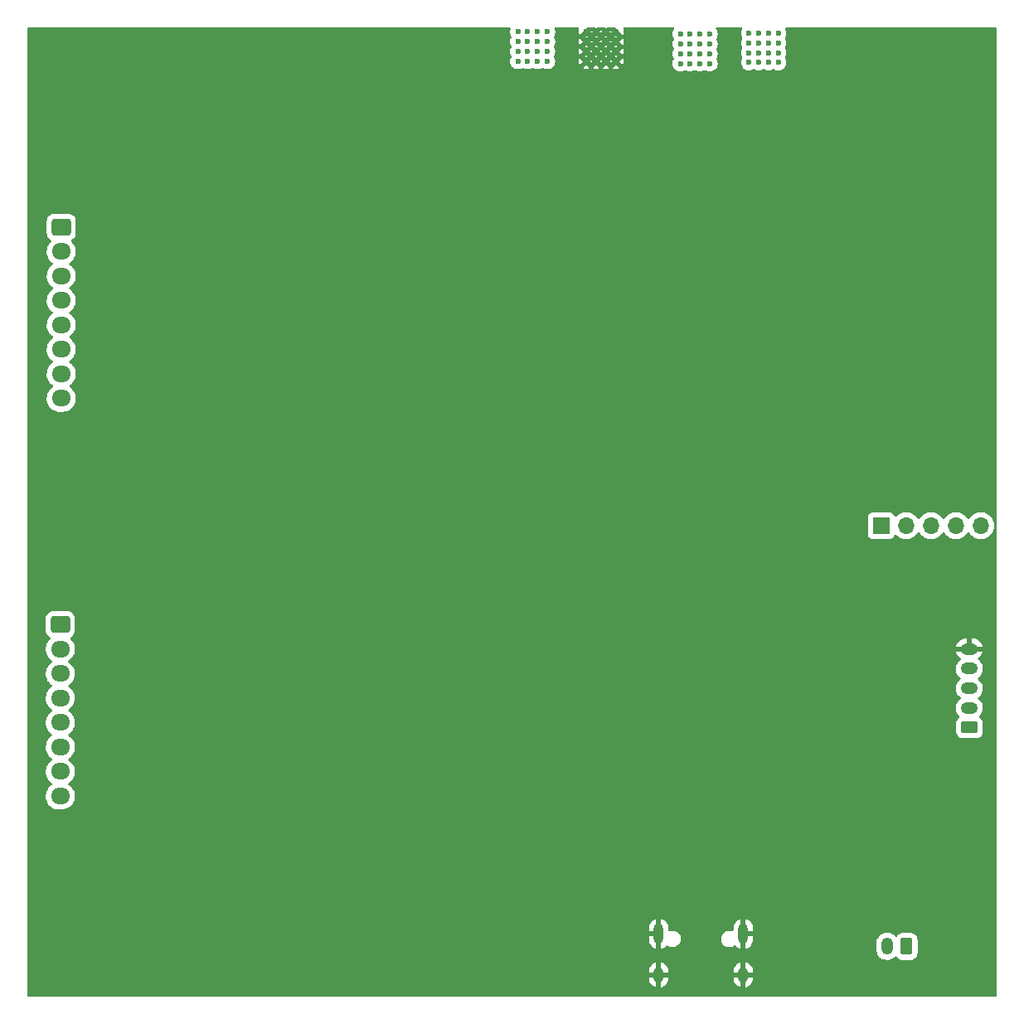
<source format=gbr>
%TF.GenerationSoftware,KiCad,Pcbnew,(6.0.7-1)-1*%
%TF.CreationDate,2022-09-12T11:44:39+02:00*%
%TF.ProjectId,Flux_BMS,466c7578-5f42-44d5-932e-6b696361645f,rev?*%
%TF.SameCoordinates,Original*%
%TF.FileFunction,Copper,L3,Inr*%
%TF.FilePolarity,Positive*%
%FSLAX46Y46*%
G04 Gerber Fmt 4.6, Leading zero omitted, Abs format (unit mm)*
G04 Created by KiCad (PCBNEW (6.0.7-1)-1) date 2022-09-12 11:44:39*
%MOMM*%
%LPD*%
G01*
G04 APERTURE LIST*
G04 Aperture macros list*
%AMRoundRect*
0 Rectangle with rounded corners*
0 $1 Rounding radius*
0 $2 $3 $4 $5 $6 $7 $8 $9 X,Y pos of 4 corners*
0 Add a 4 corners polygon primitive as box body*
4,1,4,$2,$3,$4,$5,$6,$7,$8,$9,$2,$3,0*
0 Add four circle primitives for the rounded corners*
1,1,$1+$1,$2,$3*
1,1,$1+$1,$4,$5*
1,1,$1+$1,$6,$7*
1,1,$1+$1,$8,$9*
0 Add four rect primitives between the rounded corners*
20,1,$1+$1,$2,$3,$4,$5,0*
20,1,$1+$1,$4,$5,$6,$7,0*
20,1,$1+$1,$6,$7,$8,$9,0*
20,1,$1+$1,$8,$9,$2,$3,0*%
G04 Aperture macros list end*
%TA.AperFunction,ComponentPad*%
%ADD10C,0.600000*%
%TD*%
%TA.AperFunction,ComponentPad*%
%ADD11O,1.000000X1.600000*%
%TD*%
%TA.AperFunction,ComponentPad*%
%ADD12O,1.000000X2.100000*%
%TD*%
%TA.AperFunction,ComponentPad*%
%ADD13RoundRect,0.250000X0.625000X-0.350000X0.625000X0.350000X-0.625000X0.350000X-0.625000X-0.350000X0*%
%TD*%
%TA.AperFunction,ComponentPad*%
%ADD14O,1.750000X1.200000*%
%TD*%
%TA.AperFunction,ComponentPad*%
%ADD15O,1.950000X1.700000*%
%TD*%
%TA.AperFunction,ComponentPad*%
%ADD16RoundRect,0.250000X-0.725000X0.600000X-0.725000X-0.600000X0.725000X-0.600000X0.725000X0.600000X0*%
%TD*%
%TA.AperFunction,ComponentPad*%
%ADD17R,1.700000X1.700000*%
%TD*%
%TA.AperFunction,ComponentPad*%
%ADD18O,1.700000X1.700000*%
%TD*%
%TA.AperFunction,ComponentPad*%
%ADD19RoundRect,0.250000X0.350000X0.625000X-0.350000X0.625000X-0.350000X-0.625000X0.350000X-0.625000X0*%
%TD*%
%TA.AperFunction,ComponentPad*%
%ADD20O,1.200000X1.750000*%
%TD*%
G04 APERTURE END LIST*
D10*
%TO.N,CHARGER+*%
%TO.C,TP4*%
X142200000Y-52200000D03*
X143200000Y-53200000D03*
X143200000Y-52200000D03*
X143200000Y-54200000D03*
X144200000Y-52200000D03*
X142200000Y-51200000D03*
X143200000Y-51200000D03*
X145200000Y-54200000D03*
X145200000Y-51200000D03*
X144200000Y-53200000D03*
X145200000Y-53200000D03*
X142200000Y-54200000D03*
X145200000Y-52200000D03*
X144200000Y-51200000D03*
X144200000Y-54200000D03*
X142200000Y-53200000D03*
%TD*%
%TO.N,Net-(R61-Pad1)*%
%TO.C,TP3*%
X150200000Y-54100000D03*
X152200000Y-53100000D03*
X150200000Y-53100000D03*
X150200000Y-51100000D03*
X151200000Y-54100000D03*
X149200000Y-51100000D03*
X149200000Y-54100000D03*
X151200000Y-51100000D03*
X149200000Y-52100000D03*
X152200000Y-52100000D03*
X152200000Y-51100000D03*
X151200000Y-53100000D03*
X152200000Y-54100000D03*
X151200000Y-52100000D03*
X150200000Y-52100000D03*
X149200000Y-53100000D03*
%TD*%
%TO.N,GND*%
%TO.C,TP2*%
X133600000Y-52960000D03*
X135600000Y-53960000D03*
X132600000Y-52960000D03*
X134600000Y-52960000D03*
X133600000Y-53960000D03*
X134600000Y-53960000D03*
X133600000Y-51960000D03*
X132600000Y-51960000D03*
X134600000Y-50960000D03*
X135600000Y-50960000D03*
X135600000Y-52960000D03*
X132600000Y-50960000D03*
X135600000Y-51960000D03*
X134600000Y-51960000D03*
X133600000Y-50960000D03*
X132600000Y-53960000D03*
%TD*%
D11*
%TO.N,GND*%
%TO.C,J3*%
X148620000Y-147250000D03*
D12*
X139980000Y-143070000D03*
X148620000Y-143070000D03*
D11*
X139980000Y-147250000D03*
%TD*%
D13*
%TO.N,+3V3*%
%TO.C,J7*%
X171700000Y-122000000D03*
D14*
%TO.N,/STM32L476/NRST*%
X171700000Y-120000000D03*
%TO.N,/STM32L476/SWCLK*%
X171700000Y-118000000D03*
%TO.N,/STM32L476/SWDIO*%
X171700000Y-116000000D03*
%TO.N,GND*%
X171700000Y-114000000D03*
%TD*%
D15*
%TO.N,/BQ76940/CELL-_1*%
%TO.C,J6*%
X78875000Y-129000000D03*
%TO.N,/BQ76940/CELL+_1*%
X78875000Y-126500000D03*
%TO.N,/BQ76940/CELL+_2*%
X78875000Y-124000000D03*
%TO.N,/BQ76940/CELL+_3*%
X78875000Y-121500000D03*
%TO.N,/BQ76940/CELL+_4*%
X78875000Y-119000000D03*
%TO.N,/BQ76940/CELL+_5*%
X78875000Y-116500000D03*
%TO.N,/BQ76940/CELL+_6*%
X78875000Y-114000000D03*
D16*
%TO.N,/BQ76940/CELL+_7*%
X78875000Y-111500000D03*
%TD*%
D17*
%TO.N,/Charge_control/BQ_CHG_EN*%
%TO.C,J8*%
X162700000Y-101400000D03*
D18*
%TO.N,/Charge_control/BQ_CP_EN*%
X165240000Y-101400000D03*
%TO.N,/Charge_control/BQ_DSG_EN*%
X167780000Y-101400000D03*
%TO.N,/Charge_control/BQ_PCHG_EN*%
X170320000Y-101400000D03*
%TO.N,/Charge_control/BQ_PMON_EN*%
X172860000Y-101400000D03*
%TD*%
D19*
%TO.N,/CAN/CAN_H*%
%TO.C,J4*%
X165300000Y-144350000D03*
D20*
%TO.N,/CAN/CAN_L*%
X163300000Y-144350000D03*
%TD*%
D16*
%TO.N,/BQ76940/CELL+_15*%
%TO.C,J5*%
X78975000Y-70900000D03*
D15*
%TO.N,/BQ76940/CELL+_14*%
X78975000Y-73400000D03*
%TO.N,/BQ76940/CELL+_13*%
X78975000Y-75900000D03*
%TO.N,/BQ76940/CELL+_12*%
X78975000Y-78400000D03*
%TO.N,/BQ76940/CELL+_11*%
X78975000Y-80900000D03*
%TO.N,/BQ76940/CELL+_10*%
X78975000Y-83400000D03*
%TO.N,/BQ76940/CELL+_9*%
X78975000Y-85900000D03*
%TO.N,/BQ76940/CELL+_8*%
X78975000Y-88400000D03*
%TD*%
D10*
%TO.N,V+*%
%TO.C,TP1*%
X128600000Y-51975000D03*
X125600000Y-51975000D03*
X126600000Y-53975000D03*
X126600000Y-52975000D03*
X125600000Y-52975000D03*
X128600000Y-50975000D03*
X127600000Y-51975000D03*
X128600000Y-52975000D03*
X127600000Y-52975000D03*
X126600000Y-51975000D03*
X127600000Y-53975000D03*
X126600000Y-50975000D03*
X127600000Y-50975000D03*
X125600000Y-50975000D03*
X125600000Y-53975000D03*
X128600000Y-53975000D03*
%TD*%
%TA.AperFunction,Conductor*%
%TO.N,GND*%
G36*
X124797531Y-50528502D02*
G01*
X124844024Y-50582158D01*
X124854128Y-50652432D01*
X124847811Y-50677595D01*
X124813010Y-50773210D01*
X124809197Y-50783685D01*
X124786463Y-50963640D01*
X124804163Y-51144160D01*
X124861418Y-51316273D01*
X124865065Y-51322295D01*
X124865066Y-51322297D01*
X124866424Y-51324539D01*
X124915435Y-51405465D01*
X124918106Y-51409876D01*
X124936285Y-51478505D01*
X124916243Y-51543399D01*
X124871235Y-51613238D01*
X124868826Y-51619858D01*
X124868824Y-51619861D01*
X124812069Y-51775795D01*
X124809197Y-51783685D01*
X124786463Y-51963640D01*
X124804163Y-52144160D01*
X124861418Y-52316273D01*
X124865065Y-52322295D01*
X124865066Y-52322297D01*
X124866424Y-52324539D01*
X124915435Y-52405465D01*
X124918106Y-52409876D01*
X124936285Y-52478505D01*
X124916243Y-52543399D01*
X124871235Y-52613238D01*
X124868826Y-52619858D01*
X124868824Y-52619861D01*
X124812069Y-52775795D01*
X124809197Y-52783685D01*
X124786463Y-52963640D01*
X124804163Y-53144160D01*
X124861418Y-53316273D01*
X124865065Y-53322295D01*
X124865066Y-53322297D01*
X124866424Y-53324539D01*
X124915435Y-53405465D01*
X124918106Y-53409876D01*
X124936285Y-53478505D01*
X124916243Y-53543399D01*
X124871235Y-53613238D01*
X124868826Y-53619858D01*
X124868824Y-53619861D01*
X124812069Y-53775795D01*
X124809197Y-53783685D01*
X124786463Y-53963640D01*
X124804163Y-54144160D01*
X124861418Y-54316273D01*
X124865065Y-54322295D01*
X124865066Y-54322297D01*
X124951680Y-54465314D01*
X124955380Y-54471424D01*
X125081382Y-54601902D01*
X125104624Y-54617111D01*
X125216623Y-54690401D01*
X125233159Y-54701222D01*
X125239763Y-54703678D01*
X125239765Y-54703679D01*
X125396558Y-54761990D01*
X125396560Y-54761990D01*
X125403168Y-54764448D01*
X125486995Y-54775633D01*
X125575980Y-54787507D01*
X125575984Y-54787507D01*
X125582961Y-54788438D01*
X125589972Y-54787800D01*
X125589976Y-54787800D01*
X125732459Y-54774832D01*
X125763600Y-54771998D01*
X125770302Y-54769820D01*
X125770304Y-54769820D01*
X125929409Y-54718124D01*
X125929412Y-54718123D01*
X125936108Y-54715947D01*
X126035701Y-54656577D01*
X126104454Y-54638878D01*
X126169210Y-54659375D01*
X126216623Y-54690401D01*
X126233159Y-54701222D01*
X126239763Y-54703678D01*
X126239765Y-54703679D01*
X126396558Y-54761990D01*
X126396560Y-54761990D01*
X126403168Y-54764448D01*
X126486995Y-54775633D01*
X126575980Y-54787507D01*
X126575984Y-54787507D01*
X126582961Y-54788438D01*
X126589972Y-54787800D01*
X126589976Y-54787800D01*
X126732459Y-54774832D01*
X126763600Y-54771998D01*
X126770302Y-54769820D01*
X126770304Y-54769820D01*
X126929409Y-54718124D01*
X126929412Y-54718123D01*
X126936108Y-54715947D01*
X127035701Y-54656577D01*
X127104454Y-54638878D01*
X127169210Y-54659375D01*
X127216623Y-54690401D01*
X127233159Y-54701222D01*
X127239763Y-54703678D01*
X127239765Y-54703679D01*
X127396558Y-54761990D01*
X127396560Y-54761990D01*
X127403168Y-54764448D01*
X127486995Y-54775633D01*
X127575980Y-54787507D01*
X127575984Y-54787507D01*
X127582961Y-54788438D01*
X127589972Y-54787800D01*
X127589976Y-54787800D01*
X127732459Y-54774832D01*
X127763600Y-54771998D01*
X127770302Y-54769820D01*
X127770304Y-54769820D01*
X127929409Y-54718124D01*
X127929412Y-54718123D01*
X127936108Y-54715947D01*
X128035701Y-54656577D01*
X128104454Y-54638878D01*
X128169210Y-54659375D01*
X128216623Y-54690401D01*
X128233159Y-54701222D01*
X128239763Y-54703678D01*
X128239765Y-54703679D01*
X128396558Y-54761990D01*
X128396560Y-54761990D01*
X128403168Y-54764448D01*
X128486995Y-54775633D01*
X128575980Y-54787507D01*
X128575984Y-54787507D01*
X128582961Y-54788438D01*
X128589972Y-54787800D01*
X128589976Y-54787800D01*
X128732459Y-54774832D01*
X128763600Y-54771998D01*
X128770302Y-54769820D01*
X128770304Y-54769820D01*
X128929409Y-54718124D01*
X128929412Y-54718123D01*
X128936108Y-54715947D01*
X128987428Y-54685354D01*
X132239475Y-54685354D01*
X132242258Y-54689073D01*
X132396680Y-54746502D01*
X132410278Y-54749892D01*
X132575990Y-54772004D01*
X132589986Y-54772297D01*
X132756477Y-54757144D01*
X132770204Y-54754327D01*
X132929202Y-54702666D01*
X132941953Y-54696881D01*
X132948769Y-54692818D01*
X132955690Y-54685354D01*
X133239475Y-54685354D01*
X133242258Y-54689073D01*
X133396680Y-54746502D01*
X133410278Y-54749892D01*
X133575990Y-54772004D01*
X133589986Y-54772297D01*
X133756477Y-54757144D01*
X133770204Y-54754327D01*
X133929202Y-54702666D01*
X133941953Y-54696881D01*
X133948769Y-54692818D01*
X133955690Y-54685354D01*
X134239475Y-54685354D01*
X134242258Y-54689073D01*
X134396680Y-54746502D01*
X134410278Y-54749892D01*
X134575990Y-54772004D01*
X134589986Y-54772297D01*
X134756477Y-54757144D01*
X134770204Y-54754327D01*
X134929202Y-54702666D01*
X134941953Y-54696881D01*
X134948769Y-54692818D01*
X134955690Y-54685354D01*
X135239475Y-54685354D01*
X135242258Y-54689073D01*
X135396680Y-54746502D01*
X135410278Y-54749892D01*
X135575990Y-54772004D01*
X135589986Y-54772297D01*
X135756477Y-54757144D01*
X135770204Y-54754327D01*
X135929202Y-54702666D01*
X135941953Y-54696881D01*
X135948769Y-54692818D01*
X135958358Y-54682476D01*
X135954852Y-54674062D01*
X135612812Y-54332022D01*
X135598868Y-54324408D01*
X135597035Y-54324539D01*
X135590421Y-54328790D01*
X135246232Y-54672979D01*
X135239475Y-54685354D01*
X134955690Y-54685354D01*
X134958358Y-54682476D01*
X134954852Y-54674062D01*
X134612812Y-54332022D01*
X134598868Y-54324408D01*
X134597035Y-54324539D01*
X134590421Y-54328790D01*
X134246232Y-54672979D01*
X134239475Y-54685354D01*
X133955690Y-54685354D01*
X133958358Y-54682476D01*
X133954852Y-54674062D01*
X133612812Y-54332022D01*
X133598868Y-54324408D01*
X133597035Y-54324539D01*
X133590421Y-54328790D01*
X133246232Y-54672979D01*
X133239475Y-54685354D01*
X132955690Y-54685354D01*
X132958358Y-54682476D01*
X132954852Y-54674062D01*
X132612812Y-54332022D01*
X132598868Y-54324408D01*
X132597035Y-54324539D01*
X132590421Y-54328790D01*
X132246232Y-54672979D01*
X132239475Y-54685354D01*
X128987428Y-54685354D01*
X129091912Y-54623069D01*
X129223266Y-54497982D01*
X129323643Y-54346902D01*
X129372321Y-54218757D01*
X129385555Y-54183920D01*
X129385556Y-54183918D01*
X129388055Y-54177338D01*
X129391162Y-54155233D01*
X129412748Y-54001639D01*
X129412748Y-54001636D01*
X129413299Y-53997717D01*
X129413616Y-53975000D01*
X129411447Y-53955660D01*
X131787654Y-53955660D01*
X131803968Y-54122047D01*
X131806879Y-54135741D01*
X131859650Y-54294375D01*
X131865524Y-54307088D01*
X131866768Y-54309143D01*
X131877174Y-54318657D01*
X131885794Y-54314995D01*
X132227979Y-53972811D01*
X132234357Y-53961130D01*
X132964408Y-53961130D01*
X132964539Y-53962966D01*
X132968789Y-53969579D01*
X133087192Y-54087981D01*
X133101130Y-54095592D01*
X133102966Y-54095460D01*
X133109579Y-54091211D01*
X133227981Y-53972808D01*
X133234358Y-53961130D01*
X133964408Y-53961130D01*
X133964539Y-53962966D01*
X133968789Y-53969579D01*
X134087192Y-54087981D01*
X134101130Y-54095592D01*
X134102966Y-54095460D01*
X134109579Y-54091211D01*
X134227981Y-53972808D01*
X134234358Y-53961130D01*
X134964408Y-53961130D01*
X134964539Y-53962966D01*
X134968789Y-53969579D01*
X135087192Y-54087981D01*
X135101130Y-54095592D01*
X135102966Y-54095460D01*
X135109579Y-54091211D01*
X135227981Y-53972808D01*
X135234357Y-53961132D01*
X135964408Y-53961132D01*
X135964539Y-53962966D01*
X135968790Y-53969579D01*
X136312504Y-54313293D01*
X136324879Y-54320050D01*
X136328696Y-54317193D01*
X136385065Y-54168802D01*
X136388549Y-54155233D01*
X136412244Y-53986627D01*
X136412851Y-53978741D01*
X136413058Y-53963962D01*
X136412671Y-53956061D01*
X136393692Y-53786855D01*
X136390590Y-53773202D01*
X136335610Y-53615322D01*
X136332281Y-53608372D01*
X136323605Y-53600659D01*
X136314558Y-53604653D01*
X135972021Y-53947189D01*
X135964408Y-53961132D01*
X135234357Y-53961132D01*
X135235592Y-53958870D01*
X135235461Y-53957034D01*
X135231211Y-53950421D01*
X135112808Y-53832019D01*
X135098870Y-53824408D01*
X135097034Y-53824540D01*
X135090421Y-53828789D01*
X134972019Y-53947192D01*
X134964408Y-53961130D01*
X134234358Y-53961130D01*
X134235592Y-53958870D01*
X134235461Y-53957034D01*
X134231211Y-53950421D01*
X134112808Y-53832019D01*
X134098870Y-53824408D01*
X134097034Y-53824540D01*
X134090421Y-53828789D01*
X133972019Y-53947192D01*
X133964408Y-53961130D01*
X133234358Y-53961130D01*
X133235592Y-53958870D01*
X133235461Y-53957034D01*
X133231211Y-53950421D01*
X133112808Y-53832019D01*
X133098870Y-53824408D01*
X133097034Y-53824540D01*
X133090421Y-53828789D01*
X132972019Y-53947192D01*
X132964408Y-53961130D01*
X132234357Y-53961130D01*
X132235592Y-53958868D01*
X132235461Y-53957034D01*
X132231210Y-53950421D01*
X131887458Y-53606669D01*
X131875083Y-53599912D01*
X131869926Y-53603772D01*
X131869273Y-53605089D01*
X131812096Y-53762180D01*
X131808803Y-53775795D01*
X131787850Y-53941653D01*
X131787654Y-53955660D01*
X129411447Y-53955660D01*
X129393397Y-53794745D01*
X129391080Y-53788091D01*
X129336064Y-53630106D01*
X129336062Y-53630103D01*
X129333745Y-53623448D01*
X129282826Y-53541960D01*
X129263691Y-53473594D01*
X129267541Y-53461130D01*
X132464408Y-53461130D01*
X132464540Y-53462966D01*
X132468789Y-53469579D01*
X132587192Y-53587981D01*
X132601130Y-53595592D01*
X132602966Y-53595461D01*
X132609579Y-53591211D01*
X132727981Y-53472808D01*
X132734358Y-53461130D01*
X133464408Y-53461130D01*
X133464540Y-53462966D01*
X133468789Y-53469579D01*
X133587192Y-53587981D01*
X133601130Y-53595592D01*
X133602966Y-53595461D01*
X133609579Y-53591211D01*
X133727981Y-53472808D01*
X133734358Y-53461130D01*
X134464408Y-53461130D01*
X134464540Y-53462966D01*
X134468789Y-53469579D01*
X134587192Y-53587981D01*
X134601130Y-53595592D01*
X134602966Y-53595461D01*
X134609579Y-53591211D01*
X134727981Y-53472808D01*
X134734358Y-53461130D01*
X135464408Y-53461130D01*
X135464540Y-53462966D01*
X135468789Y-53469579D01*
X135587192Y-53587981D01*
X135601130Y-53595592D01*
X135602966Y-53595461D01*
X135609579Y-53591211D01*
X135727981Y-53472808D01*
X135735592Y-53458870D01*
X135735460Y-53457034D01*
X135731211Y-53450421D01*
X135612808Y-53332019D01*
X135598870Y-53324408D01*
X135597034Y-53324539D01*
X135590421Y-53328789D01*
X135472019Y-53447192D01*
X135464408Y-53461130D01*
X134734358Y-53461130D01*
X134735592Y-53458870D01*
X134735460Y-53457034D01*
X134731211Y-53450421D01*
X134612808Y-53332019D01*
X134598870Y-53324408D01*
X134597034Y-53324539D01*
X134590421Y-53328789D01*
X134472019Y-53447192D01*
X134464408Y-53461130D01*
X133734358Y-53461130D01*
X133735592Y-53458870D01*
X133735460Y-53457034D01*
X133731211Y-53450421D01*
X133612808Y-53332019D01*
X133598870Y-53324408D01*
X133597034Y-53324539D01*
X133590421Y-53328789D01*
X133472019Y-53447192D01*
X133464408Y-53461130D01*
X132734358Y-53461130D01*
X132735592Y-53458870D01*
X132735460Y-53457034D01*
X132731211Y-53450421D01*
X132612808Y-53332019D01*
X132598870Y-53324408D01*
X132597034Y-53324539D01*
X132590421Y-53328789D01*
X132472019Y-53447192D01*
X132464408Y-53461130D01*
X129267541Y-53461130D01*
X129284732Y-53405468D01*
X129323643Y-53346902D01*
X129372321Y-53218757D01*
X129385555Y-53183920D01*
X129385556Y-53183918D01*
X129388055Y-53177338D01*
X129391162Y-53155233D01*
X129412748Y-53001639D01*
X129412748Y-53001636D01*
X129413299Y-52997717D01*
X129413616Y-52975000D01*
X129411447Y-52955660D01*
X131787654Y-52955660D01*
X131803968Y-53122047D01*
X131806879Y-53135741D01*
X131859650Y-53294375D01*
X131865524Y-53307088D01*
X131866768Y-53309143D01*
X131877174Y-53318657D01*
X131885794Y-53314995D01*
X132227979Y-52972811D01*
X132234357Y-52961130D01*
X132964408Y-52961130D01*
X132964539Y-52962966D01*
X132968789Y-52969579D01*
X133087192Y-53087981D01*
X133101130Y-53095592D01*
X133102966Y-53095460D01*
X133109579Y-53091211D01*
X133227981Y-52972808D01*
X133234358Y-52961130D01*
X133964408Y-52961130D01*
X133964539Y-52962966D01*
X133968789Y-52969579D01*
X134087192Y-53087981D01*
X134101130Y-53095592D01*
X134102966Y-53095460D01*
X134109579Y-53091211D01*
X134227981Y-52972808D01*
X134234358Y-52961130D01*
X134964408Y-52961130D01*
X134964539Y-52962966D01*
X134968789Y-52969579D01*
X135087192Y-53087981D01*
X135101130Y-53095592D01*
X135102966Y-53095460D01*
X135109579Y-53091211D01*
X135227981Y-52972808D01*
X135234357Y-52961132D01*
X135964408Y-52961132D01*
X135964539Y-52962966D01*
X135968790Y-52969579D01*
X136312504Y-53313293D01*
X136324879Y-53320050D01*
X136328696Y-53317193D01*
X136385065Y-53168802D01*
X136388549Y-53155233D01*
X136412244Y-52986627D01*
X136412851Y-52978741D01*
X136413058Y-52963962D01*
X136412671Y-52956061D01*
X136393692Y-52786855D01*
X136390590Y-52773202D01*
X136335610Y-52615322D01*
X136332281Y-52608372D01*
X136323605Y-52600659D01*
X136314558Y-52604653D01*
X135972021Y-52947189D01*
X135964408Y-52961132D01*
X135234357Y-52961132D01*
X135235592Y-52958870D01*
X135235461Y-52957034D01*
X135231211Y-52950421D01*
X135112808Y-52832019D01*
X135098870Y-52824408D01*
X135097034Y-52824540D01*
X135090421Y-52828789D01*
X134972019Y-52947192D01*
X134964408Y-52961130D01*
X134234358Y-52961130D01*
X134235592Y-52958870D01*
X134235461Y-52957034D01*
X134231211Y-52950421D01*
X134112808Y-52832019D01*
X134098870Y-52824408D01*
X134097034Y-52824540D01*
X134090421Y-52828789D01*
X133972019Y-52947192D01*
X133964408Y-52961130D01*
X133234358Y-52961130D01*
X133235592Y-52958870D01*
X133235461Y-52957034D01*
X133231211Y-52950421D01*
X133112808Y-52832019D01*
X133098870Y-52824408D01*
X133097034Y-52824540D01*
X133090421Y-52828789D01*
X132972019Y-52947192D01*
X132964408Y-52961130D01*
X132234357Y-52961130D01*
X132235592Y-52958868D01*
X132235461Y-52957034D01*
X132231210Y-52950421D01*
X131887458Y-52606669D01*
X131875083Y-52599912D01*
X131869926Y-52603772D01*
X131869273Y-52605089D01*
X131812096Y-52762180D01*
X131808803Y-52775795D01*
X131787850Y-52941653D01*
X131787654Y-52955660D01*
X129411447Y-52955660D01*
X129393397Y-52794745D01*
X129391080Y-52788091D01*
X129336064Y-52630106D01*
X129336062Y-52630103D01*
X129333745Y-52623448D01*
X129282826Y-52541960D01*
X129263691Y-52473594D01*
X129267541Y-52461130D01*
X132464408Y-52461130D01*
X132464540Y-52462966D01*
X132468789Y-52469579D01*
X132587192Y-52587981D01*
X132601130Y-52595592D01*
X132602966Y-52595461D01*
X132609579Y-52591211D01*
X132727981Y-52472808D01*
X132734358Y-52461130D01*
X133464408Y-52461130D01*
X133464540Y-52462966D01*
X133468789Y-52469579D01*
X133587192Y-52587981D01*
X133601130Y-52595592D01*
X133602966Y-52595461D01*
X133609579Y-52591211D01*
X133727981Y-52472808D01*
X133734358Y-52461130D01*
X134464408Y-52461130D01*
X134464540Y-52462966D01*
X134468789Y-52469579D01*
X134587192Y-52587981D01*
X134601130Y-52595592D01*
X134602966Y-52595461D01*
X134609579Y-52591211D01*
X134727981Y-52472808D01*
X134734358Y-52461130D01*
X135464408Y-52461130D01*
X135464540Y-52462966D01*
X135468789Y-52469579D01*
X135587192Y-52587981D01*
X135601130Y-52595592D01*
X135602966Y-52595461D01*
X135609579Y-52591211D01*
X135727981Y-52472808D01*
X135735592Y-52458870D01*
X135735460Y-52457034D01*
X135731211Y-52450421D01*
X135612808Y-52332019D01*
X135598870Y-52324408D01*
X135597034Y-52324539D01*
X135590421Y-52328789D01*
X135472019Y-52447192D01*
X135464408Y-52461130D01*
X134734358Y-52461130D01*
X134735592Y-52458870D01*
X134735460Y-52457034D01*
X134731211Y-52450421D01*
X134612808Y-52332019D01*
X134598870Y-52324408D01*
X134597034Y-52324539D01*
X134590421Y-52328789D01*
X134472019Y-52447192D01*
X134464408Y-52461130D01*
X133734358Y-52461130D01*
X133735592Y-52458870D01*
X133735460Y-52457034D01*
X133731211Y-52450421D01*
X133612808Y-52332019D01*
X133598870Y-52324408D01*
X133597034Y-52324539D01*
X133590421Y-52328789D01*
X133472019Y-52447192D01*
X133464408Y-52461130D01*
X132734358Y-52461130D01*
X132735592Y-52458870D01*
X132735460Y-52457034D01*
X132731211Y-52450421D01*
X132612808Y-52332019D01*
X132598870Y-52324408D01*
X132597034Y-52324539D01*
X132590421Y-52328789D01*
X132472019Y-52447192D01*
X132464408Y-52461130D01*
X129267541Y-52461130D01*
X129284732Y-52405468D01*
X129323643Y-52346902D01*
X129372321Y-52218757D01*
X129385555Y-52183920D01*
X129385556Y-52183918D01*
X129388055Y-52177338D01*
X129391162Y-52155233D01*
X129412748Y-52001639D01*
X129412748Y-52001636D01*
X129413299Y-51997717D01*
X129413616Y-51975000D01*
X129411447Y-51955660D01*
X131787654Y-51955660D01*
X131803968Y-52122047D01*
X131806879Y-52135741D01*
X131859650Y-52294375D01*
X131865524Y-52307088D01*
X131866768Y-52309143D01*
X131877174Y-52318657D01*
X131885794Y-52314995D01*
X132227979Y-51972811D01*
X132234357Y-51961130D01*
X132964408Y-51961130D01*
X132964539Y-51962966D01*
X132968789Y-51969579D01*
X133087192Y-52087981D01*
X133101130Y-52095592D01*
X133102966Y-52095460D01*
X133109579Y-52091211D01*
X133227981Y-51972808D01*
X133234358Y-51961130D01*
X133964408Y-51961130D01*
X133964539Y-51962966D01*
X133968789Y-51969579D01*
X134087192Y-52087981D01*
X134101130Y-52095592D01*
X134102966Y-52095460D01*
X134109579Y-52091211D01*
X134227981Y-51972808D01*
X134234358Y-51961130D01*
X134964408Y-51961130D01*
X134964539Y-51962966D01*
X134968789Y-51969579D01*
X135087192Y-52087981D01*
X135101130Y-52095592D01*
X135102966Y-52095460D01*
X135109579Y-52091211D01*
X135227981Y-51972808D01*
X135234357Y-51961132D01*
X135964408Y-51961132D01*
X135964539Y-51962966D01*
X135968790Y-51969579D01*
X136312504Y-52313293D01*
X136324879Y-52320050D01*
X136328696Y-52317193D01*
X136385065Y-52168802D01*
X136388549Y-52155233D01*
X136412244Y-51986627D01*
X136412851Y-51978741D01*
X136413058Y-51963962D01*
X136412671Y-51956061D01*
X136393692Y-51786855D01*
X136390590Y-51773202D01*
X136335610Y-51615322D01*
X136332281Y-51608372D01*
X136323605Y-51600659D01*
X136314558Y-51604653D01*
X135972021Y-51947189D01*
X135964408Y-51961132D01*
X135234357Y-51961132D01*
X135235592Y-51958870D01*
X135235461Y-51957034D01*
X135231211Y-51950421D01*
X135112808Y-51832019D01*
X135098870Y-51824408D01*
X135097034Y-51824540D01*
X135090421Y-51828789D01*
X134972019Y-51947192D01*
X134964408Y-51961130D01*
X134234358Y-51961130D01*
X134235592Y-51958870D01*
X134235461Y-51957034D01*
X134231211Y-51950421D01*
X134112808Y-51832019D01*
X134098870Y-51824408D01*
X134097034Y-51824540D01*
X134090421Y-51828789D01*
X133972019Y-51947192D01*
X133964408Y-51961130D01*
X133234358Y-51961130D01*
X133235592Y-51958870D01*
X133235461Y-51957034D01*
X133231211Y-51950421D01*
X133112808Y-51832019D01*
X133098870Y-51824408D01*
X133097034Y-51824540D01*
X133090421Y-51828789D01*
X132972019Y-51947192D01*
X132964408Y-51961130D01*
X132234357Y-51961130D01*
X132235592Y-51958868D01*
X132235461Y-51957034D01*
X132231210Y-51950421D01*
X131887458Y-51606669D01*
X131875083Y-51599912D01*
X131869926Y-51603772D01*
X131869273Y-51605089D01*
X131812096Y-51762180D01*
X131808803Y-51775795D01*
X131787850Y-51941653D01*
X131787654Y-51955660D01*
X129411447Y-51955660D01*
X129393397Y-51794745D01*
X129391080Y-51788091D01*
X129336064Y-51630106D01*
X129336062Y-51630103D01*
X129333745Y-51623448D01*
X129282826Y-51541960D01*
X129263691Y-51473594D01*
X129267541Y-51461130D01*
X132464408Y-51461130D01*
X132464540Y-51462966D01*
X132468789Y-51469579D01*
X132587192Y-51587981D01*
X132601130Y-51595592D01*
X132602966Y-51595461D01*
X132609579Y-51591211D01*
X132727981Y-51472808D01*
X132734358Y-51461130D01*
X133464408Y-51461130D01*
X133464540Y-51462966D01*
X133468789Y-51469579D01*
X133587192Y-51587981D01*
X133601130Y-51595592D01*
X133602966Y-51595461D01*
X133609579Y-51591211D01*
X133727981Y-51472808D01*
X133734358Y-51461130D01*
X134464408Y-51461130D01*
X134464540Y-51462966D01*
X134468789Y-51469579D01*
X134587192Y-51587981D01*
X134601130Y-51595592D01*
X134602966Y-51595461D01*
X134609579Y-51591211D01*
X134727981Y-51472808D01*
X134734358Y-51461130D01*
X135464408Y-51461130D01*
X135464540Y-51462966D01*
X135468789Y-51469579D01*
X135587192Y-51587981D01*
X135601130Y-51595592D01*
X135602966Y-51595461D01*
X135609579Y-51591211D01*
X135727981Y-51472808D01*
X135735592Y-51458870D01*
X135735460Y-51457034D01*
X135731211Y-51450421D01*
X135612808Y-51332019D01*
X135598870Y-51324408D01*
X135597034Y-51324539D01*
X135590421Y-51328789D01*
X135472019Y-51447192D01*
X135464408Y-51461130D01*
X134734358Y-51461130D01*
X134735592Y-51458870D01*
X134735460Y-51457034D01*
X134731211Y-51450421D01*
X134612808Y-51332019D01*
X134598870Y-51324408D01*
X134597034Y-51324539D01*
X134590421Y-51328789D01*
X134472019Y-51447192D01*
X134464408Y-51461130D01*
X133734358Y-51461130D01*
X133735592Y-51458870D01*
X133735460Y-51457034D01*
X133731211Y-51450421D01*
X133612808Y-51332019D01*
X133598870Y-51324408D01*
X133597034Y-51324539D01*
X133590421Y-51328789D01*
X133472019Y-51447192D01*
X133464408Y-51461130D01*
X132734358Y-51461130D01*
X132735592Y-51458870D01*
X132735460Y-51457034D01*
X132731211Y-51450421D01*
X132612808Y-51332019D01*
X132598870Y-51324408D01*
X132597034Y-51324539D01*
X132590421Y-51328789D01*
X132472019Y-51447192D01*
X132464408Y-51461130D01*
X129267541Y-51461130D01*
X129284732Y-51405468D01*
X129323643Y-51346902D01*
X129372321Y-51218757D01*
X129385555Y-51183920D01*
X129385556Y-51183918D01*
X129388055Y-51177338D01*
X129391162Y-51155233D01*
X129412748Y-51001639D01*
X129412748Y-51001636D01*
X129413299Y-50997717D01*
X129413616Y-50975000D01*
X129393397Y-50794745D01*
X129352023Y-50675935D01*
X129348510Y-50605027D01*
X129383892Y-50543475D01*
X129446934Y-50510823D01*
X129471015Y-50508500D01*
X131724482Y-50508500D01*
X131792603Y-50528502D01*
X131839096Y-50582158D01*
X131849200Y-50652432D01*
X131842883Y-50677594D01*
X131812096Y-50762180D01*
X131808803Y-50775795D01*
X131787850Y-50941653D01*
X131787654Y-50955660D01*
X131803968Y-51122047D01*
X131806879Y-51135741D01*
X131859650Y-51294375D01*
X131865524Y-51307088D01*
X131866768Y-51309143D01*
X131877174Y-51318657D01*
X131885794Y-51314995D01*
X132239659Y-50961130D01*
X132964408Y-50961130D01*
X132964539Y-50962966D01*
X132968789Y-50969579D01*
X133087192Y-51087981D01*
X133101130Y-51095592D01*
X133102966Y-51095460D01*
X133109579Y-51091211D01*
X133227981Y-50972808D01*
X133234358Y-50961130D01*
X133964408Y-50961130D01*
X133964539Y-50962966D01*
X133968789Y-50969579D01*
X134087192Y-51087981D01*
X134101130Y-51095592D01*
X134102966Y-51095460D01*
X134109579Y-51091211D01*
X134227981Y-50972808D01*
X134234358Y-50961130D01*
X134964408Y-50961130D01*
X134964539Y-50962966D01*
X134968789Y-50969579D01*
X135087192Y-51087981D01*
X135101130Y-51095592D01*
X135102966Y-51095460D01*
X135109579Y-51091211D01*
X135227981Y-50972808D01*
X135235592Y-50958870D01*
X135235461Y-50957034D01*
X135231211Y-50950421D01*
X135112808Y-50832019D01*
X135098870Y-50824408D01*
X135097034Y-50824540D01*
X135090421Y-50828789D01*
X134972019Y-50947192D01*
X134964408Y-50961130D01*
X134234358Y-50961130D01*
X134235592Y-50958870D01*
X134235461Y-50957034D01*
X134231211Y-50950421D01*
X134112808Y-50832019D01*
X134098870Y-50824408D01*
X134097034Y-50824540D01*
X134090421Y-50828789D01*
X133972019Y-50947192D01*
X133964408Y-50961130D01*
X133234358Y-50961130D01*
X133235592Y-50958870D01*
X133235461Y-50957034D01*
X133231211Y-50950421D01*
X133112808Y-50832019D01*
X133098870Y-50824408D01*
X133097034Y-50824540D01*
X133090421Y-50828789D01*
X132972019Y-50947192D01*
X132964408Y-50961130D01*
X132239659Y-50961130D01*
X132600000Y-50600790D01*
X132655384Y-50545405D01*
X132717696Y-50511380D01*
X132744480Y-50508500D01*
X133455520Y-50508500D01*
X133523641Y-50528502D01*
X133544616Y-50545405D01*
X133587192Y-50587982D01*
X133601130Y-50595592D01*
X133602966Y-50595461D01*
X133609579Y-50591211D01*
X133655384Y-50545405D01*
X133717696Y-50511380D01*
X133744480Y-50508500D01*
X134455520Y-50508500D01*
X134523641Y-50528502D01*
X134544616Y-50545405D01*
X134587192Y-50587982D01*
X134601130Y-50595592D01*
X134602966Y-50595461D01*
X134609579Y-50591211D01*
X134655384Y-50545405D01*
X134717696Y-50511380D01*
X134744480Y-50508500D01*
X135455520Y-50508500D01*
X135523641Y-50528502D01*
X135544616Y-50545405D01*
X135599999Y-50600789D01*
X136312503Y-51313292D01*
X136324879Y-51320050D01*
X136328696Y-51317193D01*
X136385065Y-51168802D01*
X136388549Y-51155233D01*
X136412244Y-50986627D01*
X136412851Y-50978741D01*
X136413058Y-50963962D01*
X136412671Y-50956061D01*
X136393692Y-50786855D01*
X136390592Y-50773210D01*
X136356718Y-50675937D01*
X136353206Y-50605027D01*
X136388587Y-50543475D01*
X136451629Y-50510823D01*
X136475710Y-50508500D01*
X141452637Y-50508500D01*
X141520758Y-50528502D01*
X141567251Y-50582158D01*
X141577355Y-50652432D01*
X141558549Y-50702753D01*
X141471235Y-50838238D01*
X141468826Y-50844858D01*
X141468824Y-50844861D01*
X141411606Y-51002066D01*
X141409197Y-51008685D01*
X141386463Y-51188640D01*
X141404163Y-51369160D01*
X141461418Y-51541273D01*
X141515435Y-51630465D01*
X141518106Y-51634876D01*
X141536285Y-51703505D01*
X141516243Y-51768399D01*
X141471235Y-51838238D01*
X141468826Y-51844858D01*
X141468824Y-51844861D01*
X141411606Y-52002066D01*
X141409197Y-52008685D01*
X141386463Y-52188640D01*
X141404163Y-52369160D01*
X141461418Y-52541273D01*
X141515435Y-52630465D01*
X141518106Y-52634876D01*
X141536285Y-52703505D01*
X141516243Y-52768399D01*
X141471235Y-52838238D01*
X141468826Y-52844858D01*
X141468824Y-52844861D01*
X141411606Y-53002066D01*
X141409197Y-53008685D01*
X141386463Y-53188640D01*
X141404163Y-53369160D01*
X141461418Y-53541273D01*
X141515435Y-53630465D01*
X141518106Y-53634876D01*
X141536285Y-53703505D01*
X141516243Y-53768399D01*
X141471235Y-53838238D01*
X141468826Y-53844858D01*
X141468824Y-53844861D01*
X141411606Y-54002066D01*
X141409197Y-54008685D01*
X141386463Y-54188640D01*
X141404163Y-54369160D01*
X141461418Y-54541273D01*
X141465065Y-54547295D01*
X141465066Y-54547297D01*
X141548676Y-54685354D01*
X141555380Y-54696424D01*
X141560269Y-54701487D01*
X141560270Y-54701488D01*
X141611297Y-54754327D01*
X141681382Y-54826902D01*
X141702845Y-54840947D01*
X141789477Y-54897637D01*
X141833159Y-54926222D01*
X141839763Y-54928678D01*
X141839765Y-54928679D01*
X141996558Y-54986990D01*
X141996560Y-54986990D01*
X142003168Y-54989448D01*
X142086995Y-55000633D01*
X142175980Y-55012507D01*
X142175984Y-55012507D01*
X142182961Y-55013438D01*
X142189972Y-55012800D01*
X142189976Y-55012800D01*
X142332459Y-54999832D01*
X142363600Y-54996998D01*
X142370302Y-54994820D01*
X142370304Y-54994820D01*
X142529409Y-54943124D01*
X142529412Y-54943123D01*
X142536108Y-54940947D01*
X142635701Y-54881577D01*
X142704454Y-54863878D01*
X142769210Y-54884375D01*
X142789477Y-54897637D01*
X142833159Y-54926222D01*
X142839763Y-54928678D01*
X142839765Y-54928679D01*
X142996558Y-54986990D01*
X142996560Y-54986990D01*
X143003168Y-54989448D01*
X143086995Y-55000633D01*
X143175980Y-55012507D01*
X143175984Y-55012507D01*
X143182961Y-55013438D01*
X143189972Y-55012800D01*
X143189976Y-55012800D01*
X143332459Y-54999832D01*
X143363600Y-54996998D01*
X143370302Y-54994820D01*
X143370304Y-54994820D01*
X143529409Y-54943124D01*
X143529412Y-54943123D01*
X143536108Y-54940947D01*
X143635701Y-54881577D01*
X143704454Y-54863878D01*
X143769210Y-54884375D01*
X143789477Y-54897637D01*
X143833159Y-54926222D01*
X143839763Y-54928678D01*
X143839765Y-54928679D01*
X143996558Y-54986990D01*
X143996560Y-54986990D01*
X144003168Y-54989448D01*
X144086995Y-55000633D01*
X144175980Y-55012507D01*
X144175984Y-55012507D01*
X144182961Y-55013438D01*
X144189972Y-55012800D01*
X144189976Y-55012800D01*
X144332459Y-54999832D01*
X144363600Y-54996998D01*
X144370302Y-54994820D01*
X144370304Y-54994820D01*
X144529409Y-54943124D01*
X144529412Y-54943123D01*
X144536108Y-54940947D01*
X144635701Y-54881577D01*
X144704454Y-54863878D01*
X144769210Y-54884375D01*
X144789477Y-54897637D01*
X144833159Y-54926222D01*
X144839763Y-54928678D01*
X144839765Y-54928679D01*
X144996558Y-54986990D01*
X144996560Y-54986990D01*
X145003168Y-54989448D01*
X145086995Y-55000633D01*
X145175980Y-55012507D01*
X145175984Y-55012507D01*
X145182961Y-55013438D01*
X145189972Y-55012800D01*
X145189976Y-55012800D01*
X145332459Y-54999832D01*
X145363600Y-54996998D01*
X145370302Y-54994820D01*
X145370304Y-54994820D01*
X145529409Y-54943124D01*
X145529412Y-54943123D01*
X145536108Y-54940947D01*
X145691912Y-54848069D01*
X145823266Y-54722982D01*
X145923643Y-54571902D01*
X145965423Y-54461917D01*
X145985555Y-54408920D01*
X145985556Y-54408918D01*
X145988055Y-54402338D01*
X145989035Y-54395366D01*
X146012748Y-54226639D01*
X146012748Y-54226636D01*
X146013299Y-54222717D01*
X146013616Y-54200000D01*
X145993397Y-54019745D01*
X145991080Y-54013091D01*
X145936064Y-53855106D01*
X145936062Y-53855103D01*
X145933745Y-53848448D01*
X145882826Y-53766960D01*
X145863691Y-53698594D01*
X145884732Y-53630468D01*
X145923643Y-53571902D01*
X145969790Y-53450421D01*
X145985555Y-53408920D01*
X145985556Y-53408918D01*
X145988055Y-53402338D01*
X145989035Y-53395366D01*
X146012748Y-53226639D01*
X146012748Y-53226636D01*
X146013299Y-53222717D01*
X146013616Y-53200000D01*
X145993397Y-53019745D01*
X145991080Y-53013091D01*
X145936064Y-52855106D01*
X145936062Y-52855103D01*
X145933745Y-52848448D01*
X145882826Y-52766960D01*
X145863691Y-52698594D01*
X145884732Y-52630468D01*
X145923643Y-52571902D01*
X145969790Y-52450421D01*
X145985555Y-52408920D01*
X145985556Y-52408918D01*
X145988055Y-52402338D01*
X145989035Y-52395366D01*
X146012748Y-52226639D01*
X146012748Y-52226636D01*
X146013299Y-52222717D01*
X146013616Y-52200000D01*
X145993397Y-52019745D01*
X145991080Y-52013091D01*
X145936064Y-51855106D01*
X145936062Y-51855103D01*
X145933745Y-51848448D01*
X145882826Y-51766960D01*
X145863691Y-51698594D01*
X145884732Y-51630468D01*
X145923643Y-51571902D01*
X145969790Y-51450421D01*
X145985555Y-51408920D01*
X145985556Y-51408918D01*
X145988055Y-51402338D01*
X145989035Y-51395366D01*
X146012748Y-51226639D01*
X146012748Y-51226636D01*
X146013299Y-51222717D01*
X146013616Y-51200000D01*
X145993397Y-51019745D01*
X145991080Y-51013091D01*
X145936064Y-50855106D01*
X145936062Y-50855103D01*
X145933745Y-50848448D01*
X145841778Y-50701268D01*
X145822642Y-50632900D01*
X145843507Y-50565039D01*
X145897749Y-50519231D01*
X145948632Y-50508500D01*
X148388191Y-50508500D01*
X148456312Y-50528502D01*
X148502805Y-50582158D01*
X148512909Y-50652432D01*
X148494104Y-50702752D01*
X148471235Y-50738238D01*
X148468826Y-50744858D01*
X148468824Y-50744861D01*
X148428698Y-50855106D01*
X148409197Y-50908685D01*
X148386463Y-51088640D01*
X148404163Y-51269160D01*
X148461418Y-51441273D01*
X148517933Y-51534590D01*
X148518106Y-51534876D01*
X148536285Y-51603505D01*
X148516243Y-51668399D01*
X148471235Y-51738238D01*
X148468826Y-51744858D01*
X148468824Y-51744861D01*
X148428698Y-51855106D01*
X148409197Y-51908685D01*
X148386463Y-52088640D01*
X148404163Y-52269160D01*
X148461418Y-52441273D01*
X148517933Y-52534590D01*
X148518106Y-52534876D01*
X148536285Y-52603505D01*
X148516243Y-52668399D01*
X148471235Y-52738238D01*
X148468826Y-52744858D01*
X148468824Y-52744861D01*
X148428698Y-52855106D01*
X148409197Y-52908685D01*
X148386463Y-53088640D01*
X148404163Y-53269160D01*
X148461418Y-53441273D01*
X148517933Y-53534590D01*
X148518106Y-53534876D01*
X148536285Y-53603505D01*
X148516243Y-53668399D01*
X148471235Y-53738238D01*
X148468826Y-53744858D01*
X148468824Y-53744861D01*
X148428698Y-53855106D01*
X148409197Y-53908685D01*
X148386463Y-54088640D01*
X148404163Y-54269160D01*
X148461418Y-54441273D01*
X148465065Y-54447295D01*
X148465066Y-54447297D01*
X148544085Y-54577773D01*
X148555380Y-54596424D01*
X148560269Y-54601487D01*
X148560270Y-54601488D01*
X148613470Y-54656578D01*
X148681382Y-54726902D01*
X148833159Y-54826222D01*
X148839763Y-54828678D01*
X148839765Y-54828679D01*
X148996558Y-54886990D01*
X148996560Y-54886990D01*
X149003168Y-54889448D01*
X149086995Y-54900633D01*
X149175980Y-54912507D01*
X149175984Y-54912507D01*
X149182961Y-54913438D01*
X149189972Y-54912800D01*
X149189976Y-54912800D01*
X149332459Y-54899832D01*
X149363600Y-54896998D01*
X149370302Y-54894820D01*
X149370304Y-54894820D01*
X149529409Y-54843124D01*
X149529412Y-54843123D01*
X149536108Y-54840947D01*
X149635701Y-54781577D01*
X149704454Y-54763878D01*
X149769210Y-54784375D01*
X149773997Y-54787507D01*
X149833159Y-54826222D01*
X149839763Y-54828678D01*
X149839765Y-54828679D01*
X149996558Y-54886990D01*
X149996560Y-54886990D01*
X150003168Y-54889448D01*
X150086995Y-54900633D01*
X150175980Y-54912507D01*
X150175984Y-54912507D01*
X150182961Y-54913438D01*
X150189972Y-54912800D01*
X150189976Y-54912800D01*
X150332459Y-54899832D01*
X150363600Y-54896998D01*
X150370302Y-54894820D01*
X150370304Y-54894820D01*
X150529409Y-54843124D01*
X150529412Y-54843123D01*
X150536108Y-54840947D01*
X150635701Y-54781577D01*
X150704454Y-54763878D01*
X150769210Y-54784375D01*
X150773997Y-54787507D01*
X150833159Y-54826222D01*
X150839763Y-54828678D01*
X150839765Y-54828679D01*
X150996558Y-54886990D01*
X150996560Y-54886990D01*
X151003168Y-54889448D01*
X151086995Y-54900633D01*
X151175980Y-54912507D01*
X151175984Y-54912507D01*
X151182961Y-54913438D01*
X151189972Y-54912800D01*
X151189976Y-54912800D01*
X151332459Y-54899832D01*
X151363600Y-54896998D01*
X151370302Y-54894820D01*
X151370304Y-54894820D01*
X151529409Y-54843124D01*
X151529412Y-54843123D01*
X151536108Y-54840947D01*
X151635701Y-54781577D01*
X151704454Y-54763878D01*
X151769210Y-54784375D01*
X151773997Y-54787507D01*
X151833159Y-54826222D01*
X151839763Y-54828678D01*
X151839765Y-54828679D01*
X151996558Y-54886990D01*
X151996560Y-54886990D01*
X152003168Y-54889448D01*
X152086995Y-54900633D01*
X152175980Y-54912507D01*
X152175984Y-54912507D01*
X152182961Y-54913438D01*
X152189972Y-54912800D01*
X152189976Y-54912800D01*
X152332459Y-54899832D01*
X152363600Y-54896998D01*
X152370302Y-54894820D01*
X152370304Y-54894820D01*
X152529409Y-54843124D01*
X152529412Y-54843123D01*
X152536108Y-54840947D01*
X152651771Y-54771998D01*
X152685860Y-54751677D01*
X152685862Y-54751676D01*
X152691912Y-54748069D01*
X152823266Y-54622982D01*
X152923643Y-54471902D01*
X152979622Y-54324539D01*
X152985555Y-54308920D01*
X152985556Y-54308918D01*
X152988055Y-54302338D01*
X152989174Y-54294375D01*
X153012748Y-54126639D01*
X153012748Y-54126636D01*
X153013299Y-54122717D01*
X153013616Y-54100000D01*
X152993397Y-53919745D01*
X152991080Y-53913091D01*
X152936064Y-53755106D01*
X152936062Y-53755103D01*
X152933745Y-53748448D01*
X152882826Y-53666960D01*
X152863691Y-53598594D01*
X152884732Y-53530468D01*
X152923643Y-53471902D01*
X152979622Y-53324539D01*
X152985555Y-53308920D01*
X152985556Y-53308918D01*
X152988055Y-53302338D01*
X152989174Y-53294375D01*
X153012748Y-53126639D01*
X153012748Y-53126636D01*
X153013299Y-53122717D01*
X153013616Y-53100000D01*
X152993397Y-52919745D01*
X152991080Y-52913091D01*
X152936064Y-52755106D01*
X152936062Y-52755103D01*
X152933745Y-52748448D01*
X152882826Y-52666960D01*
X152863691Y-52598594D01*
X152884732Y-52530468D01*
X152923643Y-52471902D01*
X152979622Y-52324539D01*
X152985555Y-52308920D01*
X152985556Y-52308918D01*
X152988055Y-52302338D01*
X152989174Y-52294375D01*
X153012748Y-52126639D01*
X153012748Y-52126636D01*
X153013299Y-52122717D01*
X153013616Y-52100000D01*
X152993397Y-51919745D01*
X152991080Y-51913091D01*
X152936064Y-51755106D01*
X152936062Y-51755103D01*
X152933745Y-51748448D01*
X152882826Y-51666960D01*
X152863691Y-51598594D01*
X152884732Y-51530468D01*
X152923643Y-51471902D01*
X152979622Y-51324539D01*
X152985555Y-51308920D01*
X152985556Y-51308918D01*
X152988055Y-51302338D01*
X152989174Y-51294375D01*
X153012748Y-51126639D01*
X153012748Y-51126636D01*
X153013299Y-51122717D01*
X153013616Y-51100000D01*
X152993397Y-50919745D01*
X152991080Y-50913091D01*
X152936064Y-50755106D01*
X152936062Y-50755103D01*
X152933745Y-50748448D01*
X152904264Y-50701267D01*
X152885129Y-50632899D01*
X152905995Y-50565038D01*
X152960237Y-50519231D01*
X153011119Y-50508500D01*
X174365500Y-50508500D01*
X174433621Y-50528502D01*
X174480114Y-50582158D01*
X174491500Y-50634500D01*
X174491500Y-149365500D01*
X174471498Y-149433621D01*
X174417842Y-149480114D01*
X174365500Y-149491500D01*
X75634500Y-149491500D01*
X75566379Y-149471498D01*
X75519886Y-149417842D01*
X75508500Y-149365500D01*
X75508500Y-147596657D01*
X138972000Y-147596657D01*
X138972301Y-147602805D01*
X138985812Y-147740603D01*
X138988195Y-147752638D01*
X139041767Y-147930076D01*
X139046441Y-147941416D01*
X139133460Y-148105077D01*
X139140249Y-148115294D01*
X139257397Y-148258933D01*
X139266041Y-148267637D01*
X139408856Y-148385784D01*
X139419027Y-148392644D01*
X139582076Y-148480804D01*
X139593381Y-148485556D01*
X139708692Y-148521250D01*
X139722795Y-148521456D01*
X139726000Y-148514701D01*
X139726000Y-148507924D01*
X140234000Y-148507924D01*
X140237973Y-148521455D01*
X140245768Y-148522575D01*
X140353521Y-148490862D01*
X140364889Y-148486269D01*
X140529154Y-148400393D01*
X140539415Y-148393679D01*
X140683873Y-148277532D01*
X140692632Y-148268954D01*
X140811778Y-148126961D01*
X140818708Y-148116841D01*
X140908002Y-147954415D01*
X140912834Y-147943142D01*
X140968880Y-147766462D01*
X140971430Y-147754468D01*
X140987607Y-147610239D01*
X140988000Y-147603215D01*
X140988000Y-147596657D01*
X147612000Y-147596657D01*
X147612301Y-147602805D01*
X147625812Y-147740603D01*
X147628195Y-147752638D01*
X147681767Y-147930076D01*
X147686441Y-147941416D01*
X147773460Y-148105077D01*
X147780249Y-148115294D01*
X147897397Y-148258933D01*
X147906041Y-148267637D01*
X148048856Y-148385784D01*
X148059027Y-148392644D01*
X148222076Y-148480804D01*
X148233381Y-148485556D01*
X148348692Y-148521250D01*
X148362795Y-148521456D01*
X148366000Y-148514701D01*
X148366000Y-148507924D01*
X148874000Y-148507924D01*
X148877973Y-148521455D01*
X148885768Y-148522575D01*
X148993521Y-148490862D01*
X149004889Y-148486269D01*
X149169154Y-148400393D01*
X149179415Y-148393679D01*
X149323873Y-148277532D01*
X149332632Y-148268954D01*
X149451778Y-148126961D01*
X149458708Y-148116841D01*
X149548002Y-147954415D01*
X149552834Y-147943142D01*
X149608880Y-147766462D01*
X149611430Y-147754468D01*
X149627607Y-147610239D01*
X149628000Y-147603215D01*
X149628000Y-147522115D01*
X149623525Y-147506876D01*
X149622135Y-147505671D01*
X149614452Y-147504000D01*
X148892115Y-147504000D01*
X148876876Y-147508475D01*
X148875671Y-147509865D01*
X148874000Y-147517548D01*
X148874000Y-148507924D01*
X148366000Y-148507924D01*
X148366000Y-147522115D01*
X148361525Y-147506876D01*
X148360135Y-147505671D01*
X148352452Y-147504000D01*
X147630115Y-147504000D01*
X147614876Y-147508475D01*
X147613671Y-147509865D01*
X147612000Y-147517548D01*
X147612000Y-147596657D01*
X140988000Y-147596657D01*
X140988000Y-147522115D01*
X140983525Y-147506876D01*
X140982135Y-147505671D01*
X140974452Y-147504000D01*
X140252115Y-147504000D01*
X140236876Y-147508475D01*
X140235671Y-147509865D01*
X140234000Y-147517548D01*
X140234000Y-148507924D01*
X139726000Y-148507924D01*
X139726000Y-147522115D01*
X139721525Y-147506876D01*
X139720135Y-147505671D01*
X139712452Y-147504000D01*
X138990115Y-147504000D01*
X138974876Y-147508475D01*
X138973671Y-147509865D01*
X138972000Y-147517548D01*
X138972000Y-147596657D01*
X75508500Y-147596657D01*
X75508500Y-146977885D01*
X138972000Y-146977885D01*
X138976475Y-146993124D01*
X138977865Y-146994329D01*
X138985548Y-146996000D01*
X139707885Y-146996000D01*
X139723124Y-146991525D01*
X139724329Y-146990135D01*
X139726000Y-146982452D01*
X139726000Y-146977885D01*
X140234000Y-146977885D01*
X140238475Y-146993124D01*
X140239865Y-146994329D01*
X140247548Y-146996000D01*
X140969885Y-146996000D01*
X140985124Y-146991525D01*
X140986329Y-146990135D01*
X140988000Y-146982452D01*
X140988000Y-146977885D01*
X147612000Y-146977885D01*
X147616475Y-146993124D01*
X147617865Y-146994329D01*
X147625548Y-146996000D01*
X148347885Y-146996000D01*
X148363124Y-146991525D01*
X148364329Y-146990135D01*
X148366000Y-146982452D01*
X148366000Y-146977885D01*
X148874000Y-146977885D01*
X148878475Y-146993124D01*
X148879865Y-146994329D01*
X148887548Y-146996000D01*
X149609885Y-146996000D01*
X149625124Y-146991525D01*
X149626329Y-146990135D01*
X149628000Y-146982452D01*
X149628000Y-146903343D01*
X149627699Y-146897195D01*
X149614188Y-146759397D01*
X149611805Y-146747362D01*
X149558233Y-146569924D01*
X149553559Y-146558584D01*
X149466540Y-146394923D01*
X149459751Y-146384706D01*
X149342603Y-146241067D01*
X149333959Y-146232363D01*
X149191144Y-146114216D01*
X149180973Y-146107356D01*
X149017924Y-146019196D01*
X149006619Y-146014444D01*
X148891308Y-145978750D01*
X148877205Y-145978544D01*
X148874000Y-145985299D01*
X148874000Y-146977885D01*
X148366000Y-146977885D01*
X148366000Y-145992076D01*
X148362027Y-145978545D01*
X148354232Y-145977425D01*
X148246479Y-146009138D01*
X148235111Y-146013731D01*
X148070846Y-146099607D01*
X148060585Y-146106321D01*
X147916127Y-146222468D01*
X147907368Y-146231046D01*
X147788222Y-146373039D01*
X147781292Y-146383159D01*
X147691998Y-146545585D01*
X147687166Y-146556858D01*
X147631120Y-146733538D01*
X147628570Y-146745532D01*
X147612393Y-146889761D01*
X147612000Y-146896785D01*
X147612000Y-146977885D01*
X140988000Y-146977885D01*
X140988000Y-146903343D01*
X140987699Y-146897195D01*
X140974188Y-146759397D01*
X140971805Y-146747362D01*
X140918233Y-146569924D01*
X140913559Y-146558584D01*
X140826540Y-146394923D01*
X140819751Y-146384706D01*
X140702603Y-146241067D01*
X140693959Y-146232363D01*
X140551144Y-146114216D01*
X140540973Y-146107356D01*
X140377924Y-146019196D01*
X140366619Y-146014444D01*
X140251308Y-145978750D01*
X140237205Y-145978544D01*
X140234000Y-145985299D01*
X140234000Y-146977885D01*
X139726000Y-146977885D01*
X139726000Y-145992076D01*
X139722027Y-145978545D01*
X139714232Y-145977425D01*
X139606479Y-146009138D01*
X139595111Y-146013731D01*
X139430846Y-146099607D01*
X139420585Y-146106321D01*
X139276127Y-146222468D01*
X139267368Y-146231046D01*
X139148222Y-146373039D01*
X139141292Y-146383159D01*
X139051998Y-146545585D01*
X139047166Y-146556858D01*
X138991120Y-146733538D01*
X138988570Y-146745532D01*
X138972393Y-146889761D01*
X138972000Y-146896785D01*
X138972000Y-146977885D01*
X75508500Y-146977885D01*
X75508500Y-144677846D01*
X162191500Y-144677846D01*
X162206548Y-144835566D01*
X162266092Y-145038534D01*
X162268836Y-145043861D01*
X162268836Y-145043862D01*
X162316491Y-145136389D01*
X162362942Y-145226580D01*
X162493604Y-145392920D01*
X162498135Y-145396852D01*
X162498138Y-145396855D01*
X162584058Y-145471412D01*
X162653363Y-145531552D01*
X162658549Y-145534552D01*
X162658553Y-145534555D01*
X162754957Y-145590326D01*
X162836454Y-145637473D01*
X163036271Y-145706861D01*
X163042206Y-145707722D01*
X163042208Y-145707722D01*
X163239664Y-145736352D01*
X163239667Y-145736352D01*
X163245604Y-145737213D01*
X163456899Y-145727433D01*
X163588077Y-145695819D01*
X163656701Y-145679281D01*
X163656703Y-145679280D01*
X163662534Y-145677875D01*
X163667992Y-145675393D01*
X163667996Y-145675392D01*
X163783041Y-145623084D01*
X163855087Y-145590326D01*
X164027611Y-145467946D01*
X164031753Y-145463619D01*
X164031759Y-145463614D01*
X164118806Y-145372683D01*
X164180361Y-145337306D01*
X164251270Y-145340825D01*
X164309021Y-145382121D01*
X164316965Y-145393504D01*
X164351522Y-145449348D01*
X164476697Y-145574305D01*
X164482927Y-145578145D01*
X164482928Y-145578146D01*
X164620090Y-145662694D01*
X164627262Y-145667115D01*
X164652217Y-145675392D01*
X164788611Y-145720632D01*
X164788613Y-145720632D01*
X164795139Y-145722797D01*
X164801975Y-145723497D01*
X164801978Y-145723498D01*
X164840386Y-145727433D01*
X164899600Y-145733500D01*
X165700400Y-145733500D01*
X165703646Y-145733163D01*
X165703650Y-145733163D01*
X165799308Y-145723238D01*
X165799312Y-145723237D01*
X165806166Y-145722526D01*
X165812702Y-145720345D01*
X165812704Y-145720345D01*
X165947443Y-145675392D01*
X165973946Y-145666550D01*
X166124348Y-145573478D01*
X166249305Y-145448303D01*
X166286352Y-145388202D01*
X166338275Y-145303968D01*
X166338276Y-145303966D01*
X166342115Y-145297738D01*
X166397797Y-145129861D01*
X166408500Y-145025400D01*
X166408500Y-143674600D01*
X166397526Y-143568834D01*
X166393749Y-143557511D01*
X166343868Y-143408002D01*
X166341550Y-143401054D01*
X166248478Y-143250652D01*
X166123303Y-143125695D01*
X166020375Y-143062249D01*
X165978968Y-143036725D01*
X165978966Y-143036724D01*
X165972738Y-143032885D01*
X165852907Y-142993139D01*
X165811389Y-142979368D01*
X165811387Y-142979368D01*
X165804861Y-142977203D01*
X165798025Y-142976503D01*
X165798022Y-142976502D01*
X165754969Y-142972091D01*
X165700400Y-142966500D01*
X164899600Y-142966500D01*
X164896354Y-142966837D01*
X164896350Y-142966837D01*
X164800692Y-142976762D01*
X164800688Y-142976763D01*
X164793834Y-142977474D01*
X164787298Y-142979655D01*
X164787296Y-142979655D01*
X164732139Y-142998057D01*
X164626054Y-143033450D01*
X164475652Y-143126522D01*
X164350695Y-143251697D01*
X164346855Y-143257927D01*
X164346854Y-143257928D01*
X164318926Y-143303236D01*
X164266154Y-143350729D01*
X164196082Y-143362153D01*
X164130958Y-143333879D01*
X164112582Y-143314955D01*
X164106396Y-143307080D01*
X164101865Y-143303148D01*
X164101862Y-143303145D01*
X163951167Y-143172379D01*
X163946637Y-143168448D01*
X163941451Y-143165448D01*
X163941447Y-143165445D01*
X163768742Y-143065533D01*
X163763546Y-143062527D01*
X163563729Y-142993139D01*
X163557794Y-142992278D01*
X163557792Y-142992278D01*
X163360336Y-142963648D01*
X163360333Y-142963648D01*
X163354396Y-142962787D01*
X163143101Y-142972567D01*
X163011923Y-143004181D01*
X162943299Y-143020719D01*
X162943297Y-143020720D01*
X162937466Y-143022125D01*
X162932008Y-143024607D01*
X162932004Y-143024608D01*
X162816959Y-143076916D01*
X162744913Y-143109674D01*
X162572389Y-143232054D01*
X162426119Y-143384850D01*
X162311380Y-143562548D01*
X162232314Y-143758737D01*
X162191772Y-143966337D01*
X162191500Y-143971899D01*
X162191500Y-144677846D01*
X75508500Y-144677846D01*
X75508500Y-143666657D01*
X138972000Y-143666657D01*
X138972301Y-143672805D01*
X138985812Y-143810603D01*
X138988195Y-143822638D01*
X139041767Y-144000076D01*
X139046441Y-144011416D01*
X139133460Y-144175077D01*
X139140249Y-144185294D01*
X139257397Y-144328933D01*
X139266041Y-144337637D01*
X139408856Y-144455784D01*
X139419027Y-144462644D01*
X139582076Y-144550804D01*
X139593381Y-144555556D01*
X139708692Y-144591250D01*
X139722795Y-144591456D01*
X139726000Y-144584701D01*
X139726000Y-144577924D01*
X140234000Y-144577924D01*
X140237973Y-144591455D01*
X140245768Y-144592575D01*
X140353521Y-144560862D01*
X140364889Y-144556269D01*
X140529154Y-144470393D01*
X140539415Y-144463679D01*
X140683873Y-144347532D01*
X140692632Y-144338954D01*
X140737000Y-144286079D01*
X140796110Y-144246752D01*
X140867098Y-144245626D01*
X140910048Y-144266972D01*
X140975678Y-144317150D01*
X141062372Y-144357576D01*
X141133631Y-144390805D01*
X141133634Y-144390806D01*
X141139808Y-144393685D01*
X141146456Y-144395171D01*
X141146459Y-144395172D01*
X141252421Y-144418857D01*
X141316543Y-144433190D01*
X141322088Y-144433500D01*
X141455244Y-144433500D01*
X141590037Y-144418857D01*
X141708190Y-144379094D01*
X141755204Y-144363272D01*
X141755206Y-144363271D01*
X141761675Y-144361094D01*
X141916905Y-144267823D01*
X141921862Y-144263135D01*
X141921865Y-144263133D01*
X142043527Y-144148082D01*
X142043529Y-144148080D01*
X142048485Y-144143393D01*
X142052317Y-144137755D01*
X142052320Y-144137751D01*
X142146442Y-143999255D01*
X142150277Y-143993612D01*
X142217530Y-143825466D01*
X142218644Y-143818738D01*
X142218645Y-143818734D01*
X142245993Y-143653539D01*
X142245993Y-143653536D01*
X142247108Y-143646802D01*
X142243382Y-143575692D01*
X142242203Y-143553198D01*
X146352892Y-143553198D01*
X146353249Y-143560015D01*
X146353249Y-143560019D01*
X146358151Y-143653539D01*
X146362370Y-143734047D01*
X146364181Y-143740620D01*
X146364181Y-143740623D01*
X146386772Y-143822638D01*
X146410461Y-143908641D01*
X146494922Y-144068836D01*
X146499327Y-144074049D01*
X146499330Y-144074053D01*
X146607406Y-144201943D01*
X146607410Y-144201947D01*
X146611813Y-144207157D01*
X146617237Y-144211304D01*
X146617238Y-144211305D01*
X146750257Y-144313006D01*
X146750261Y-144313009D01*
X146755678Y-144317150D01*
X146842372Y-144357576D01*
X146913631Y-144390805D01*
X146913634Y-144390806D01*
X146919808Y-144393685D01*
X146926456Y-144395171D01*
X146926459Y-144395172D01*
X147032421Y-144418857D01*
X147096543Y-144433190D01*
X147102088Y-144433500D01*
X147235244Y-144433500D01*
X147370037Y-144418857D01*
X147488190Y-144379094D01*
X147535204Y-144363272D01*
X147535206Y-144363271D01*
X147541675Y-144361094D01*
X147693651Y-144269778D01*
X147693654Y-144269777D01*
X147696905Y-144267823D01*
X147697255Y-144268406D01*
X147758917Y-144244935D01*
X147828391Y-144259561D01*
X147866391Y-144290915D01*
X147897397Y-144328933D01*
X147906041Y-144337637D01*
X148048856Y-144455784D01*
X148059027Y-144462644D01*
X148222076Y-144550804D01*
X148233381Y-144555556D01*
X148348692Y-144591250D01*
X148362795Y-144591456D01*
X148366000Y-144584701D01*
X148366000Y-144577924D01*
X148874000Y-144577924D01*
X148877973Y-144591455D01*
X148885768Y-144592575D01*
X148993521Y-144560862D01*
X149004889Y-144556269D01*
X149169154Y-144470393D01*
X149179415Y-144463679D01*
X149323873Y-144347532D01*
X149332632Y-144338954D01*
X149451778Y-144196961D01*
X149458708Y-144186841D01*
X149548002Y-144024415D01*
X149552834Y-144013142D01*
X149608880Y-143836462D01*
X149611430Y-143824468D01*
X149627607Y-143680239D01*
X149628000Y-143673215D01*
X149628000Y-143342115D01*
X149623525Y-143326876D01*
X149622135Y-143325671D01*
X149614452Y-143324000D01*
X148892115Y-143324000D01*
X148876876Y-143328475D01*
X148875671Y-143329865D01*
X148874000Y-143337548D01*
X148874000Y-144577924D01*
X148366000Y-144577924D01*
X148366000Y-142797885D01*
X148874000Y-142797885D01*
X148878475Y-142813124D01*
X148879865Y-142814329D01*
X148887548Y-142816000D01*
X149609885Y-142816000D01*
X149625124Y-142811525D01*
X149626329Y-142810135D01*
X149628000Y-142802452D01*
X149628000Y-142473343D01*
X149627699Y-142467195D01*
X149614188Y-142329397D01*
X149611805Y-142317362D01*
X149558233Y-142139924D01*
X149553559Y-142128584D01*
X149466540Y-141964923D01*
X149459751Y-141954706D01*
X149342603Y-141811067D01*
X149333959Y-141802363D01*
X149191144Y-141684216D01*
X149180973Y-141677356D01*
X149017924Y-141589196D01*
X149006619Y-141584444D01*
X148891308Y-141548750D01*
X148877205Y-141548544D01*
X148874000Y-141555299D01*
X148874000Y-142797885D01*
X148366000Y-142797885D01*
X148366000Y-141562076D01*
X148362027Y-141548545D01*
X148354232Y-141547425D01*
X148246479Y-141579138D01*
X148235111Y-141583731D01*
X148070846Y-141669607D01*
X148060585Y-141676321D01*
X147916127Y-141792468D01*
X147907368Y-141801046D01*
X147788222Y-141943039D01*
X147781292Y-141953159D01*
X147691998Y-142115585D01*
X147687166Y-142126858D01*
X147631120Y-142303538D01*
X147628570Y-142315532D01*
X147612393Y-142459761D01*
X147612000Y-142466785D01*
X147612000Y-142682974D01*
X147591998Y-142751095D01*
X147538342Y-142797588D01*
X147468068Y-142807692D01*
X147458514Y-142805939D01*
X147288506Y-142767938D01*
X147288499Y-142767937D01*
X147283457Y-142766810D01*
X147277912Y-142766500D01*
X147144756Y-142766500D01*
X147009963Y-142781143D01*
X146891810Y-142820906D01*
X146844796Y-142836728D01*
X146844794Y-142836729D01*
X146838325Y-142838906D01*
X146683095Y-142932177D01*
X146678138Y-142936865D01*
X146678135Y-142936867D01*
X146572539Y-143036725D01*
X146551515Y-143056607D01*
X146547683Y-143062245D01*
X146547680Y-143062249D01*
X146496740Y-143137205D01*
X146449723Y-143206388D01*
X146382470Y-143374534D01*
X146381356Y-143381262D01*
X146381355Y-143381266D01*
X146354007Y-143546461D01*
X146352892Y-143553198D01*
X142242203Y-143553198D01*
X142237987Y-143472766D01*
X142237630Y-143465953D01*
X142216678Y-143389885D01*
X142191352Y-143297941D01*
X142189539Y-143291359D01*
X142105078Y-143131164D01*
X142100673Y-143125951D01*
X142100670Y-143125947D01*
X141992594Y-142998057D01*
X141992590Y-142998053D01*
X141988187Y-142992843D01*
X141970938Y-142979655D01*
X141849743Y-142886994D01*
X141849739Y-142886991D01*
X141844322Y-142882850D01*
X141700962Y-142816000D01*
X141686369Y-142809195D01*
X141686366Y-142809194D01*
X141680192Y-142806315D01*
X141673544Y-142804829D01*
X141673541Y-142804828D01*
X141508494Y-142767936D01*
X141508495Y-142767936D01*
X141503457Y-142766810D01*
X141497912Y-142766500D01*
X141364756Y-142766500D01*
X141229963Y-142781143D01*
X141223499Y-142783318D01*
X141223496Y-142783319D01*
X141166645Y-142802452D01*
X141155167Y-142806315D01*
X141154189Y-142806644D01*
X141083247Y-142809414D01*
X141022068Y-142773391D01*
X140990077Y-142710010D01*
X140988000Y-142687225D01*
X140988000Y-142473343D01*
X140987699Y-142467195D01*
X140974188Y-142329397D01*
X140971805Y-142317362D01*
X140918233Y-142139924D01*
X140913559Y-142128584D01*
X140826540Y-141964923D01*
X140819751Y-141954706D01*
X140702603Y-141811067D01*
X140693959Y-141802363D01*
X140551144Y-141684216D01*
X140540973Y-141677356D01*
X140377924Y-141589196D01*
X140366619Y-141584444D01*
X140251308Y-141548750D01*
X140237205Y-141548544D01*
X140234000Y-141555299D01*
X140234000Y-144577924D01*
X139726000Y-144577924D01*
X139726000Y-143342115D01*
X139721525Y-143326876D01*
X139720135Y-143325671D01*
X139712452Y-143324000D01*
X138990115Y-143324000D01*
X138974876Y-143328475D01*
X138973671Y-143329865D01*
X138972000Y-143337548D01*
X138972000Y-143666657D01*
X75508500Y-143666657D01*
X75508500Y-142797885D01*
X138972000Y-142797885D01*
X138976475Y-142813124D01*
X138977865Y-142814329D01*
X138985548Y-142816000D01*
X139707885Y-142816000D01*
X139723124Y-142811525D01*
X139724329Y-142810135D01*
X139726000Y-142802452D01*
X139726000Y-141562076D01*
X139722027Y-141548545D01*
X139714232Y-141547425D01*
X139606479Y-141579138D01*
X139595111Y-141583731D01*
X139430846Y-141669607D01*
X139420585Y-141676321D01*
X139276127Y-141792468D01*
X139267368Y-141801046D01*
X139148222Y-141943039D01*
X139141292Y-141953159D01*
X139051998Y-142115585D01*
X139047166Y-142126858D01*
X138991120Y-142303538D01*
X138988570Y-142315532D01*
X138972393Y-142459761D01*
X138972000Y-142466785D01*
X138972000Y-142797885D01*
X75508500Y-142797885D01*
X75508500Y-128935774D01*
X77388102Y-128935774D01*
X77396751Y-129166158D01*
X77444093Y-129391791D01*
X77528776Y-129606221D01*
X77648377Y-129803317D01*
X77651874Y-129807347D01*
X77738438Y-129907103D01*
X77799477Y-129977445D01*
X77803608Y-129980832D01*
X77973627Y-130120240D01*
X77973633Y-130120244D01*
X77977755Y-130123624D01*
X77982391Y-130126263D01*
X77982394Y-130126265D01*
X78091422Y-130188327D01*
X78178114Y-130237675D01*
X78394825Y-130316337D01*
X78400074Y-130317286D01*
X78400077Y-130317287D01*
X78617608Y-130356623D01*
X78617615Y-130356624D01*
X78621692Y-130357361D01*
X78639414Y-130358197D01*
X78644356Y-130358430D01*
X78644363Y-130358430D01*
X78645844Y-130358500D01*
X79057890Y-130358500D01*
X79124809Y-130352822D01*
X79224409Y-130344371D01*
X79224413Y-130344370D01*
X79229720Y-130343920D01*
X79234875Y-130342582D01*
X79234881Y-130342581D01*
X79447703Y-130287343D01*
X79447707Y-130287342D01*
X79452872Y-130286001D01*
X79457738Y-130283809D01*
X79457741Y-130283808D01*
X79658202Y-130193507D01*
X79663075Y-130191312D01*
X79854319Y-130062559D01*
X80021135Y-129903424D01*
X80158754Y-129718458D01*
X80263240Y-129512949D01*
X80299321Y-129396752D01*
X80330024Y-129297871D01*
X80331607Y-129292773D01*
X80332308Y-129287484D01*
X80361198Y-129069511D01*
X80361198Y-129069506D01*
X80361898Y-129064226D01*
X80353249Y-128833842D01*
X80305907Y-128608209D01*
X80221224Y-128393779D01*
X80101623Y-128196683D01*
X80014755Y-128096576D01*
X79954023Y-128026588D01*
X79954021Y-128026586D01*
X79950523Y-128022555D01*
X79908970Y-127988484D01*
X79776373Y-127879760D01*
X79776367Y-127879756D01*
X79772245Y-127876376D01*
X79740750Y-127858448D01*
X79691445Y-127807368D01*
X79677583Y-127737738D01*
X79703566Y-127671667D01*
X79732716Y-127644427D01*
X79768642Y-127620240D01*
X79854319Y-127562559D01*
X80021135Y-127403424D01*
X80158754Y-127218458D01*
X80263240Y-127012949D01*
X80299321Y-126896752D01*
X80330024Y-126797871D01*
X80331607Y-126792773D01*
X80332308Y-126787484D01*
X80361198Y-126569511D01*
X80361198Y-126569506D01*
X80361898Y-126564226D01*
X80353249Y-126333842D01*
X80305907Y-126108209D01*
X80221224Y-125893779D01*
X80101623Y-125696683D01*
X80014755Y-125596576D01*
X79954023Y-125526588D01*
X79954021Y-125526586D01*
X79950523Y-125522555D01*
X79908970Y-125488484D01*
X79776373Y-125379760D01*
X79776367Y-125379756D01*
X79772245Y-125376376D01*
X79740750Y-125358448D01*
X79691445Y-125307368D01*
X79677583Y-125237738D01*
X79703566Y-125171667D01*
X79732716Y-125144427D01*
X79768642Y-125120240D01*
X79854319Y-125062559D01*
X80021135Y-124903424D01*
X80158754Y-124718458D01*
X80263240Y-124512949D01*
X80299321Y-124396752D01*
X80330024Y-124297871D01*
X80331607Y-124292773D01*
X80332308Y-124287484D01*
X80361198Y-124069511D01*
X80361198Y-124069506D01*
X80361898Y-124064226D01*
X80353249Y-123833842D01*
X80305907Y-123608209D01*
X80221224Y-123393779D01*
X80101623Y-123196683D01*
X80025102Y-123108500D01*
X79954023Y-123026588D01*
X79954021Y-123026586D01*
X79950523Y-123022555D01*
X79864880Y-122952332D01*
X79776373Y-122879760D01*
X79776367Y-122879756D01*
X79772245Y-122876376D01*
X79740750Y-122858448D01*
X79691445Y-122807368D01*
X79677583Y-122737738D01*
X79703566Y-122671667D01*
X79732716Y-122644427D01*
X79768642Y-122620240D01*
X79854319Y-122562559D01*
X80021135Y-122403424D01*
X80025779Y-122397183D01*
X80155568Y-122222740D01*
X80158754Y-122218458D01*
X80263240Y-122012949D01*
X80299321Y-121896752D01*
X80330024Y-121797871D01*
X80331607Y-121792773D01*
X80332308Y-121787484D01*
X80361198Y-121569511D01*
X80361198Y-121569506D01*
X80361898Y-121564226D01*
X80353249Y-121333842D01*
X80305907Y-121108209D01*
X80283520Y-121051522D01*
X80223185Y-120898744D01*
X80223184Y-120898742D01*
X80221224Y-120893779D01*
X80101623Y-120696683D01*
X80062126Y-120651167D01*
X79954023Y-120526588D01*
X79954021Y-120526586D01*
X79950523Y-120522555D01*
X79908970Y-120488484D01*
X79776373Y-120379760D01*
X79776367Y-120379756D01*
X79772245Y-120376376D01*
X79740750Y-120358448D01*
X79691445Y-120307368D01*
X79677583Y-120237738D01*
X79703566Y-120171667D01*
X79732716Y-120144427D01*
X79768642Y-120120240D01*
X79854319Y-120062559D01*
X79869163Y-120048399D01*
X79947769Y-119973412D01*
X79976919Y-119945604D01*
X170312787Y-119945604D01*
X170322567Y-120156899D01*
X170323971Y-120162724D01*
X170323971Y-120162725D01*
X170363883Y-120328333D01*
X170372125Y-120362534D01*
X170374607Y-120367992D01*
X170374608Y-120367996D01*
X170418053Y-120463546D01*
X170459674Y-120555087D01*
X170582054Y-120727611D01*
X170586381Y-120731753D01*
X170586386Y-120731759D01*
X170677317Y-120818806D01*
X170712694Y-120880361D01*
X170709175Y-120951270D01*
X170667879Y-121009021D01*
X170656496Y-121016965D01*
X170600652Y-121051522D01*
X170475695Y-121176697D01*
X170382885Y-121327262D01*
X170327203Y-121495139D01*
X170316500Y-121599600D01*
X170316500Y-122400400D01*
X170316837Y-122403646D01*
X170316837Y-122403650D01*
X170324076Y-122473412D01*
X170327474Y-122506166D01*
X170383450Y-122673946D01*
X170476522Y-122824348D01*
X170601697Y-122949305D01*
X170607927Y-122953145D01*
X170607928Y-122953146D01*
X170745090Y-123037694D01*
X170752262Y-123042115D01*
X170832005Y-123068564D01*
X170913611Y-123095632D01*
X170913613Y-123095632D01*
X170920139Y-123097797D01*
X170926975Y-123098497D01*
X170926978Y-123098498D01*
X170970031Y-123102909D01*
X171024600Y-123108500D01*
X172375400Y-123108500D01*
X172378646Y-123108163D01*
X172378650Y-123108163D01*
X172474308Y-123098238D01*
X172474312Y-123098237D01*
X172481166Y-123097526D01*
X172487702Y-123095345D01*
X172487704Y-123095345D01*
X172619806Y-123051272D01*
X172648946Y-123041550D01*
X172799348Y-122948478D01*
X172924305Y-122823303D01*
X172961893Y-122762325D01*
X173013275Y-122678968D01*
X173013276Y-122678966D01*
X173017115Y-122672738D01*
X173053660Y-122562559D01*
X173070632Y-122511389D01*
X173070632Y-122511387D01*
X173072797Y-122504861D01*
X173083500Y-122400400D01*
X173083500Y-121599600D01*
X173072526Y-121493834D01*
X173051393Y-121430489D01*
X173018868Y-121333002D01*
X173016550Y-121326054D01*
X172923478Y-121175652D01*
X172798303Y-121050695D01*
X172746764Y-121018925D01*
X172699271Y-120966154D01*
X172687847Y-120896082D01*
X172716121Y-120830958D01*
X172735045Y-120812582D01*
X172742920Y-120806396D01*
X172746852Y-120801865D01*
X172746855Y-120801862D01*
X172877621Y-120651167D01*
X172881552Y-120646637D01*
X172884552Y-120641451D01*
X172884555Y-120641447D01*
X172984467Y-120468742D01*
X172987473Y-120463546D01*
X173056861Y-120263729D01*
X173058702Y-120251033D01*
X173086352Y-120060336D01*
X173086352Y-120060333D01*
X173087213Y-120054396D01*
X173077433Y-119843101D01*
X173027875Y-119637466D01*
X173011412Y-119601256D01*
X172942806Y-119450368D01*
X172940326Y-119444913D01*
X172817946Y-119272389D01*
X172665150Y-119126119D01*
X172659255Y-119122312D01*
X172632837Y-119105254D01*
X172586460Y-119051499D01*
X172576507Y-118981203D01*
X172606139Y-118916686D01*
X172623353Y-118900317D01*
X172630446Y-118894746D01*
X172742920Y-118806396D01*
X172746852Y-118801865D01*
X172746855Y-118801862D01*
X172877621Y-118651167D01*
X172881552Y-118646637D01*
X172884552Y-118641451D01*
X172884555Y-118641447D01*
X172984467Y-118468742D01*
X172987473Y-118463546D01*
X173056861Y-118263729D01*
X173087213Y-118054396D01*
X173077433Y-117843101D01*
X173040852Y-117691312D01*
X173029281Y-117643299D01*
X173029280Y-117643297D01*
X173027875Y-117637466D01*
X173021582Y-117623624D01*
X172942806Y-117450368D01*
X172940326Y-117444913D01*
X172817946Y-117272389D01*
X172665150Y-117126119D01*
X172659255Y-117122312D01*
X172632837Y-117105254D01*
X172586460Y-117051499D01*
X172576507Y-116981203D01*
X172606139Y-116916686D01*
X172623353Y-116900317D01*
X172627892Y-116896752D01*
X172742920Y-116806396D01*
X172746852Y-116801865D01*
X172746855Y-116801862D01*
X172877621Y-116651167D01*
X172881552Y-116646637D01*
X172884552Y-116641451D01*
X172884555Y-116641447D01*
X172984467Y-116468742D01*
X172987473Y-116463546D01*
X173056861Y-116263729D01*
X173064287Y-116212516D01*
X173086352Y-116060336D01*
X173086352Y-116060333D01*
X173087213Y-116054396D01*
X173077433Y-115843101D01*
X173027875Y-115637466D01*
X173011229Y-115600854D01*
X172942806Y-115450368D01*
X172940326Y-115444913D01*
X172817946Y-115272389D01*
X172684275Y-115144427D01*
X172669480Y-115130264D01*
X172665150Y-115126119D01*
X172660119Y-115122870D01*
X172660112Y-115122865D01*
X172632393Y-115104967D01*
X172586016Y-115051211D01*
X172576063Y-114980915D01*
X172605696Y-114916398D01*
X172622909Y-114900030D01*
X172737857Y-114809738D01*
X172746506Y-114801501D01*
X172877212Y-114650877D01*
X172884147Y-114641153D01*
X172984010Y-114468533D01*
X172988984Y-114457669D01*
X173054407Y-114269273D01*
X173054648Y-114268284D01*
X173053180Y-114257992D01*
X173039615Y-114254000D01*
X170364598Y-114254000D01*
X170351067Y-114257973D01*
X170349712Y-114267399D01*
X170371194Y-114356537D01*
X170375083Y-114367832D01*
X170457629Y-114549382D01*
X170463576Y-114559724D01*
X170578968Y-114722397D01*
X170586761Y-114731425D01*
X170730831Y-114869342D01*
X170740200Y-114876741D01*
X170767577Y-114894418D01*
X170813955Y-114948172D01*
X170823909Y-115018468D01*
X170794278Y-115082985D01*
X170777063Y-115099356D01*
X170657080Y-115193604D01*
X170653148Y-115198135D01*
X170653145Y-115198138D01*
X170584474Y-115277275D01*
X170518448Y-115353363D01*
X170515448Y-115358549D01*
X170515445Y-115358553D01*
X170468312Y-115440026D01*
X170412527Y-115536454D01*
X170343139Y-115736271D01*
X170342278Y-115742206D01*
X170342278Y-115742208D01*
X170335886Y-115786297D01*
X170312787Y-115945604D01*
X170322567Y-116156899D01*
X170372125Y-116362534D01*
X170374607Y-116367992D01*
X170374608Y-116367996D01*
X170418053Y-116463546D01*
X170459674Y-116555087D01*
X170582054Y-116727611D01*
X170734850Y-116873881D01*
X170739888Y-116877134D01*
X170767163Y-116894746D01*
X170813540Y-116948501D01*
X170823493Y-117018797D01*
X170793861Y-117083314D01*
X170776649Y-117099681D01*
X170657080Y-117193604D01*
X170653148Y-117198135D01*
X170653145Y-117198138D01*
X170584474Y-117277275D01*
X170518448Y-117353363D01*
X170515448Y-117358549D01*
X170515445Y-117358553D01*
X170444705Y-117480832D01*
X170412527Y-117536454D01*
X170343139Y-117736271D01*
X170342278Y-117742206D01*
X170342278Y-117742208D01*
X170313971Y-117937441D01*
X170312787Y-117945604D01*
X170322567Y-118156899D01*
X170372125Y-118362534D01*
X170374607Y-118367992D01*
X170374608Y-118367996D01*
X170418053Y-118463546D01*
X170459674Y-118555087D01*
X170582054Y-118727611D01*
X170734850Y-118873881D01*
X170739888Y-118877134D01*
X170767163Y-118894746D01*
X170813540Y-118948501D01*
X170823493Y-119018797D01*
X170793861Y-119083314D01*
X170776649Y-119099681D01*
X170657080Y-119193604D01*
X170653148Y-119198135D01*
X170653145Y-119198138D01*
X170534554Y-119334802D01*
X170518448Y-119353363D01*
X170515448Y-119358549D01*
X170515445Y-119358553D01*
X170468312Y-119440026D01*
X170412527Y-119536454D01*
X170343139Y-119736271D01*
X170312787Y-119945604D01*
X79976919Y-119945604D01*
X80021135Y-119903424D01*
X80158754Y-119718458D01*
X80263240Y-119512949D01*
X80285884Y-119440026D01*
X80330024Y-119297871D01*
X80331607Y-119292773D01*
X80345242Y-119189898D01*
X80361198Y-119069511D01*
X80361198Y-119069506D01*
X80361898Y-119064226D01*
X80353249Y-118833842D01*
X80305907Y-118608209D01*
X80256181Y-118482296D01*
X80223185Y-118398744D01*
X80223184Y-118398742D01*
X80221224Y-118393779D01*
X80205579Y-118367996D01*
X80104390Y-118201243D01*
X80101623Y-118196683D01*
X80067100Y-118156899D01*
X79954023Y-118026588D01*
X79954021Y-118026586D01*
X79950523Y-118022555D01*
X79908970Y-117988484D01*
X79776373Y-117879760D01*
X79776367Y-117879756D01*
X79772245Y-117876376D01*
X79740750Y-117858448D01*
X79691445Y-117807368D01*
X79677583Y-117737738D01*
X79703566Y-117671667D01*
X79732716Y-117644427D01*
X79768642Y-117620240D01*
X79854319Y-117562559D01*
X79875743Y-117542122D01*
X80017278Y-117407103D01*
X80021135Y-117403424D01*
X80158754Y-117218458D01*
X80169086Y-117198138D01*
X80243640Y-117051499D01*
X80263240Y-117012949D01*
X80270795Y-116988620D01*
X80330024Y-116797871D01*
X80331607Y-116792773D01*
X80332308Y-116787484D01*
X80361198Y-116569511D01*
X80361198Y-116569506D01*
X80361898Y-116564226D01*
X80353249Y-116333842D01*
X80305907Y-116108209D01*
X80221224Y-115893779D01*
X80101623Y-115696683D01*
X80014755Y-115596576D01*
X79954023Y-115526588D01*
X79954021Y-115526586D01*
X79950523Y-115522555D01*
X79855832Y-115444913D01*
X79776373Y-115379760D01*
X79776367Y-115379756D01*
X79772245Y-115376376D01*
X79740750Y-115358448D01*
X79691445Y-115307368D01*
X79677583Y-115237738D01*
X79703566Y-115171667D01*
X79732716Y-115144427D01*
X79823979Y-115082985D01*
X79854319Y-115062559D01*
X80021135Y-114903424D01*
X80158754Y-114718458D01*
X80263240Y-114512949D01*
X80299321Y-114396752D01*
X80330024Y-114297871D01*
X80331607Y-114292773D01*
X80336746Y-114254000D01*
X80361198Y-114069511D01*
X80361198Y-114069506D01*
X80361898Y-114064226D01*
X80353249Y-113833842D01*
X80331821Y-113731716D01*
X170345352Y-113731716D01*
X170346820Y-113742008D01*
X170360385Y-113746000D01*
X171427885Y-113746000D01*
X171443124Y-113741525D01*
X171444329Y-113740135D01*
X171446000Y-113732452D01*
X171446000Y-113727885D01*
X171954000Y-113727885D01*
X171958475Y-113743124D01*
X171959865Y-113744329D01*
X171967548Y-113746000D01*
X173035402Y-113746000D01*
X173048933Y-113742027D01*
X173050288Y-113732601D01*
X173028806Y-113643463D01*
X173024917Y-113632168D01*
X172942371Y-113450618D01*
X172936424Y-113440276D01*
X172821032Y-113277603D01*
X172813239Y-113268575D01*
X172669169Y-113130658D01*
X172659804Y-113123262D01*
X172492259Y-113015079D01*
X172481655Y-113009583D01*
X172296688Y-112935039D01*
X172285230Y-112931645D01*
X172088072Y-112893143D01*
X172079209Y-112892066D01*
X172076500Y-112892000D01*
X171972115Y-112892000D01*
X171956876Y-112896475D01*
X171955671Y-112897865D01*
X171954000Y-112905548D01*
X171954000Y-113727885D01*
X171446000Y-113727885D01*
X171446000Y-112910115D01*
X171441525Y-112894876D01*
X171440135Y-112893671D01*
X171432452Y-112892000D01*
X171375168Y-112892000D01*
X171369192Y-112892285D01*
X171220506Y-112906471D01*
X171208772Y-112908730D01*
X171017401Y-112964872D01*
X171006325Y-112969302D01*
X170829022Y-113060619D01*
X170818976Y-113067069D01*
X170662143Y-113190262D01*
X170653494Y-113198499D01*
X170522788Y-113349123D01*
X170515853Y-113358847D01*
X170415990Y-113531467D01*
X170411016Y-113542331D01*
X170345593Y-113730727D01*
X170345352Y-113731716D01*
X80331821Y-113731716D01*
X80305907Y-113608209D01*
X80303948Y-113603248D01*
X80223185Y-113398744D01*
X80223184Y-113398742D01*
X80221224Y-113393779D01*
X80101623Y-113196683D01*
X80014755Y-113096576D01*
X79954023Y-113026588D01*
X79954021Y-113026586D01*
X79950523Y-113022555D01*
X79914880Y-112993330D01*
X79874886Y-112934671D01*
X79872954Y-112863701D01*
X79909698Y-112802952D01*
X79928468Y-112788752D01*
X80068120Y-112702332D01*
X80074348Y-112698478D01*
X80199305Y-112573303D01*
X80292115Y-112422738D01*
X80347797Y-112254861D01*
X80358500Y-112150400D01*
X80358500Y-110849600D01*
X80347526Y-110743834D01*
X80291550Y-110576054D01*
X80198478Y-110425652D01*
X80073303Y-110300695D01*
X80067072Y-110296854D01*
X79928968Y-110211725D01*
X79928966Y-110211724D01*
X79922738Y-110207885D01*
X79762254Y-110154655D01*
X79761389Y-110154368D01*
X79761387Y-110154368D01*
X79754861Y-110152203D01*
X79748025Y-110151503D01*
X79748022Y-110151502D01*
X79704969Y-110147091D01*
X79650400Y-110141500D01*
X78099600Y-110141500D01*
X78096354Y-110141837D01*
X78096350Y-110141837D01*
X78000692Y-110151762D01*
X78000688Y-110151763D01*
X77993834Y-110152474D01*
X77987298Y-110154655D01*
X77987296Y-110154655D01*
X77855194Y-110198728D01*
X77826054Y-110208450D01*
X77675652Y-110301522D01*
X77550695Y-110426697D01*
X77457885Y-110577262D01*
X77402203Y-110745139D01*
X77391500Y-110849600D01*
X77391500Y-112150400D01*
X77402474Y-112256166D01*
X77458450Y-112423946D01*
X77551522Y-112574348D01*
X77676697Y-112699305D01*
X77822340Y-112789081D01*
X77869832Y-112841852D01*
X77881256Y-112911924D01*
X77852982Y-112977048D01*
X77843195Y-112987510D01*
X77728865Y-113096576D01*
X77591246Y-113281542D01*
X77486760Y-113487051D01*
X77485178Y-113492145D01*
X77485177Y-113492148D01*
X77441700Y-113632168D01*
X77418393Y-113707227D01*
X77417692Y-113712516D01*
X77402304Y-113828623D01*
X77388102Y-113935774D01*
X77396751Y-114166158D01*
X77444093Y-114391791D01*
X77446051Y-114396750D01*
X77446052Y-114396752D01*
X77470110Y-114457669D01*
X77528776Y-114606221D01*
X77648377Y-114803317D01*
X77651874Y-114807347D01*
X77738438Y-114907103D01*
X77799477Y-114977445D01*
X77803608Y-114980832D01*
X77973627Y-115120240D01*
X77973633Y-115120244D01*
X77977755Y-115123624D01*
X78009250Y-115141552D01*
X78058555Y-115192632D01*
X78072417Y-115262262D01*
X78046434Y-115328333D01*
X78017284Y-115355573D01*
X77895681Y-115437441D01*
X77728865Y-115596576D01*
X77591246Y-115781542D01*
X77486760Y-115987051D01*
X77485178Y-115992145D01*
X77485177Y-115992148D01*
X77435880Y-116150909D01*
X77418393Y-116207227D01*
X77417692Y-116212516D01*
X77402304Y-116328623D01*
X77388102Y-116435774D01*
X77396751Y-116666158D01*
X77444093Y-116891791D01*
X77446051Y-116896750D01*
X77446052Y-116896752D01*
X77519730Y-117083314D01*
X77528776Y-117106221D01*
X77531543Y-117110780D01*
X77531544Y-117110783D01*
X77581801Y-117193604D01*
X77648377Y-117303317D01*
X77651874Y-117307347D01*
X77767007Y-117440026D01*
X77799477Y-117477445D01*
X77803608Y-117480832D01*
X77973627Y-117620240D01*
X77973633Y-117620244D01*
X77977755Y-117623624D01*
X78009250Y-117641552D01*
X78058555Y-117692632D01*
X78072417Y-117762262D01*
X78046434Y-117828333D01*
X78017284Y-117855573D01*
X77895681Y-117937441D01*
X77891824Y-117941120D01*
X77891822Y-117941122D01*
X77822464Y-118007287D01*
X77728865Y-118096576D01*
X77591246Y-118281542D01*
X77486760Y-118487051D01*
X77485178Y-118492145D01*
X77485177Y-118492148D01*
X77438818Y-118641447D01*
X77418393Y-118707227D01*
X77417692Y-118712516D01*
X77390632Y-118916686D01*
X77388102Y-118935774D01*
X77396751Y-119166158D01*
X77444093Y-119391791D01*
X77446051Y-119396750D01*
X77446052Y-119396752D01*
X77501224Y-119536454D01*
X77528776Y-119606221D01*
X77531543Y-119610780D01*
X77531544Y-119610783D01*
X77593998Y-119713703D01*
X77648377Y-119803317D01*
X77651874Y-119807347D01*
X77777051Y-119951601D01*
X77799477Y-119977445D01*
X77803608Y-119980832D01*
X77973627Y-120120240D01*
X77973633Y-120120244D01*
X77977755Y-120123624D01*
X78009250Y-120141552D01*
X78058555Y-120192632D01*
X78072417Y-120262262D01*
X78046434Y-120328333D01*
X78017284Y-120355573D01*
X77895681Y-120437441D01*
X77891824Y-120441120D01*
X77891822Y-120441122D01*
X77868316Y-120463546D01*
X77728865Y-120596576D01*
X77591246Y-120781542D01*
X77588830Y-120786293D01*
X77588828Y-120786297D01*
X77541004Y-120880361D01*
X77486760Y-120987051D01*
X77485178Y-120992145D01*
X77485177Y-120992148D01*
X77425938Y-121182928D01*
X77418393Y-121207227D01*
X77417692Y-121212516D01*
X77402304Y-121328623D01*
X77388102Y-121435774D01*
X77396751Y-121666158D01*
X77444093Y-121891791D01*
X77528776Y-122106221D01*
X77648377Y-122303317D01*
X77651874Y-122307347D01*
X77738438Y-122407103D01*
X77799477Y-122477445D01*
X77826141Y-122499308D01*
X77973627Y-122620240D01*
X77973633Y-122620244D01*
X77977755Y-122623624D01*
X78009250Y-122641552D01*
X78058555Y-122692632D01*
X78072417Y-122762262D01*
X78046434Y-122828333D01*
X78017284Y-122855573D01*
X77895681Y-122937441D01*
X77728865Y-123096576D01*
X77591246Y-123281542D01*
X77486760Y-123487051D01*
X77485178Y-123492145D01*
X77485177Y-123492148D01*
X77423115Y-123692020D01*
X77418393Y-123707227D01*
X77417692Y-123712516D01*
X77402304Y-123828623D01*
X77388102Y-123935774D01*
X77396751Y-124166158D01*
X77444093Y-124391791D01*
X77528776Y-124606221D01*
X77648377Y-124803317D01*
X77651874Y-124807347D01*
X77738438Y-124907103D01*
X77799477Y-124977445D01*
X77803608Y-124980832D01*
X77973627Y-125120240D01*
X77973633Y-125120244D01*
X77977755Y-125123624D01*
X78009250Y-125141552D01*
X78058555Y-125192632D01*
X78072417Y-125262262D01*
X78046434Y-125328333D01*
X78017284Y-125355573D01*
X77895681Y-125437441D01*
X77728865Y-125596576D01*
X77591246Y-125781542D01*
X77486760Y-125987051D01*
X77485178Y-125992145D01*
X77485177Y-125992148D01*
X77423115Y-126192020D01*
X77418393Y-126207227D01*
X77417692Y-126212516D01*
X77402304Y-126328623D01*
X77388102Y-126435774D01*
X77396751Y-126666158D01*
X77444093Y-126891791D01*
X77528776Y-127106221D01*
X77648377Y-127303317D01*
X77651874Y-127307347D01*
X77738438Y-127407103D01*
X77799477Y-127477445D01*
X77803608Y-127480832D01*
X77973627Y-127620240D01*
X77973633Y-127620244D01*
X77977755Y-127623624D01*
X78009250Y-127641552D01*
X78058555Y-127692632D01*
X78072417Y-127762262D01*
X78046434Y-127828333D01*
X78017284Y-127855573D01*
X77895681Y-127937441D01*
X77728865Y-128096576D01*
X77591246Y-128281542D01*
X77486760Y-128487051D01*
X77485178Y-128492145D01*
X77485177Y-128492148D01*
X77423115Y-128692020D01*
X77418393Y-128707227D01*
X77417692Y-128712516D01*
X77402304Y-128828623D01*
X77388102Y-128935774D01*
X75508500Y-128935774D01*
X75508500Y-102298134D01*
X161341500Y-102298134D01*
X161348255Y-102360316D01*
X161399385Y-102496705D01*
X161486739Y-102613261D01*
X161603295Y-102700615D01*
X161739684Y-102751745D01*
X161801866Y-102758500D01*
X163598134Y-102758500D01*
X163660316Y-102751745D01*
X163796705Y-102700615D01*
X163913261Y-102613261D01*
X164000615Y-102496705D01*
X164022799Y-102437529D01*
X164044598Y-102379382D01*
X164087240Y-102322618D01*
X164153802Y-102297918D01*
X164223150Y-102313126D01*
X164257817Y-102341114D01*
X164286250Y-102373938D01*
X164458126Y-102516632D01*
X164651000Y-102629338D01*
X164859692Y-102709030D01*
X164864760Y-102710061D01*
X164864763Y-102710062D01*
X164972017Y-102731883D01*
X165078597Y-102753567D01*
X165083772Y-102753757D01*
X165083774Y-102753757D01*
X165296673Y-102761564D01*
X165296677Y-102761564D01*
X165301837Y-102761753D01*
X165306957Y-102761097D01*
X165306959Y-102761097D01*
X165518288Y-102734025D01*
X165518289Y-102734025D01*
X165523416Y-102733368D01*
X165528366Y-102731883D01*
X165732429Y-102670661D01*
X165732434Y-102670659D01*
X165737384Y-102669174D01*
X165937994Y-102570896D01*
X166119860Y-102441173D01*
X166278096Y-102283489D01*
X166408453Y-102102077D01*
X166409776Y-102103028D01*
X166456645Y-102059857D01*
X166526580Y-102047625D01*
X166592026Y-102075144D01*
X166619875Y-102106994D01*
X166679987Y-102205088D01*
X166826250Y-102373938D01*
X166998126Y-102516632D01*
X167191000Y-102629338D01*
X167399692Y-102709030D01*
X167404760Y-102710061D01*
X167404763Y-102710062D01*
X167512017Y-102731883D01*
X167618597Y-102753567D01*
X167623772Y-102753757D01*
X167623774Y-102753757D01*
X167836673Y-102761564D01*
X167836677Y-102761564D01*
X167841837Y-102761753D01*
X167846957Y-102761097D01*
X167846959Y-102761097D01*
X168058288Y-102734025D01*
X168058289Y-102734025D01*
X168063416Y-102733368D01*
X168068366Y-102731883D01*
X168272429Y-102670661D01*
X168272434Y-102670659D01*
X168277384Y-102669174D01*
X168477994Y-102570896D01*
X168659860Y-102441173D01*
X168818096Y-102283489D01*
X168948453Y-102102077D01*
X168949776Y-102103028D01*
X168996645Y-102059857D01*
X169066580Y-102047625D01*
X169132026Y-102075144D01*
X169159875Y-102106994D01*
X169219987Y-102205088D01*
X169366250Y-102373938D01*
X169538126Y-102516632D01*
X169731000Y-102629338D01*
X169939692Y-102709030D01*
X169944760Y-102710061D01*
X169944763Y-102710062D01*
X170052017Y-102731883D01*
X170158597Y-102753567D01*
X170163772Y-102753757D01*
X170163774Y-102753757D01*
X170376673Y-102761564D01*
X170376677Y-102761564D01*
X170381837Y-102761753D01*
X170386957Y-102761097D01*
X170386959Y-102761097D01*
X170598288Y-102734025D01*
X170598289Y-102734025D01*
X170603416Y-102733368D01*
X170608366Y-102731883D01*
X170812429Y-102670661D01*
X170812434Y-102670659D01*
X170817384Y-102669174D01*
X171017994Y-102570896D01*
X171199860Y-102441173D01*
X171358096Y-102283489D01*
X171488453Y-102102077D01*
X171489776Y-102103028D01*
X171536645Y-102059857D01*
X171606580Y-102047625D01*
X171672026Y-102075144D01*
X171699875Y-102106994D01*
X171759987Y-102205088D01*
X171906250Y-102373938D01*
X172078126Y-102516632D01*
X172271000Y-102629338D01*
X172479692Y-102709030D01*
X172484760Y-102710061D01*
X172484763Y-102710062D01*
X172592017Y-102731883D01*
X172698597Y-102753567D01*
X172703772Y-102753757D01*
X172703774Y-102753757D01*
X172916673Y-102761564D01*
X172916677Y-102761564D01*
X172921837Y-102761753D01*
X172926957Y-102761097D01*
X172926959Y-102761097D01*
X173138288Y-102734025D01*
X173138289Y-102734025D01*
X173143416Y-102733368D01*
X173148366Y-102731883D01*
X173352429Y-102670661D01*
X173352434Y-102670659D01*
X173357384Y-102669174D01*
X173557994Y-102570896D01*
X173739860Y-102441173D01*
X173898096Y-102283489D01*
X174028453Y-102102077D01*
X174049320Y-102059857D01*
X174125136Y-101906453D01*
X174125137Y-101906451D01*
X174127430Y-101901811D01*
X174192370Y-101688069D01*
X174221529Y-101466590D01*
X174223156Y-101400000D01*
X174204852Y-101177361D01*
X174150431Y-100960702D01*
X174061354Y-100755840D01*
X173940014Y-100568277D01*
X173789670Y-100403051D01*
X173785619Y-100399852D01*
X173785615Y-100399848D01*
X173618414Y-100267800D01*
X173618410Y-100267798D01*
X173614359Y-100264598D01*
X173418789Y-100156638D01*
X173413920Y-100154914D01*
X173413916Y-100154912D01*
X173213087Y-100083795D01*
X173213083Y-100083794D01*
X173208212Y-100082069D01*
X173203119Y-100081162D01*
X173203116Y-100081161D01*
X172993373Y-100043800D01*
X172993367Y-100043799D01*
X172988284Y-100042894D01*
X172914452Y-100041992D01*
X172770081Y-100040228D01*
X172770079Y-100040228D01*
X172764911Y-100040165D01*
X172544091Y-100073955D01*
X172331756Y-100143357D01*
X172133607Y-100246507D01*
X172129474Y-100249610D01*
X172129471Y-100249612D01*
X171959100Y-100377530D01*
X171954965Y-100380635D01*
X171951393Y-100384373D01*
X171843729Y-100497037D01*
X171800629Y-100542138D01*
X171693201Y-100699621D01*
X171638293Y-100744621D01*
X171567768Y-100752792D01*
X171504021Y-100721538D01*
X171483324Y-100697054D01*
X171402822Y-100572617D01*
X171402820Y-100572614D01*
X171400014Y-100568277D01*
X171249670Y-100403051D01*
X171245619Y-100399852D01*
X171245615Y-100399848D01*
X171078414Y-100267800D01*
X171078410Y-100267798D01*
X171074359Y-100264598D01*
X170878789Y-100156638D01*
X170873920Y-100154914D01*
X170873916Y-100154912D01*
X170673087Y-100083795D01*
X170673083Y-100083794D01*
X170668212Y-100082069D01*
X170663119Y-100081162D01*
X170663116Y-100081161D01*
X170453373Y-100043800D01*
X170453367Y-100043799D01*
X170448284Y-100042894D01*
X170374452Y-100041992D01*
X170230081Y-100040228D01*
X170230079Y-100040228D01*
X170224911Y-100040165D01*
X170004091Y-100073955D01*
X169791756Y-100143357D01*
X169593607Y-100246507D01*
X169589474Y-100249610D01*
X169589471Y-100249612D01*
X169419100Y-100377530D01*
X169414965Y-100380635D01*
X169411393Y-100384373D01*
X169303729Y-100497037D01*
X169260629Y-100542138D01*
X169153201Y-100699621D01*
X169098293Y-100744621D01*
X169027768Y-100752792D01*
X168964021Y-100721538D01*
X168943324Y-100697054D01*
X168862822Y-100572617D01*
X168862820Y-100572614D01*
X168860014Y-100568277D01*
X168709670Y-100403051D01*
X168705619Y-100399852D01*
X168705615Y-100399848D01*
X168538414Y-100267800D01*
X168538410Y-100267798D01*
X168534359Y-100264598D01*
X168338789Y-100156638D01*
X168333920Y-100154914D01*
X168333916Y-100154912D01*
X168133087Y-100083795D01*
X168133083Y-100083794D01*
X168128212Y-100082069D01*
X168123119Y-100081162D01*
X168123116Y-100081161D01*
X167913373Y-100043800D01*
X167913367Y-100043799D01*
X167908284Y-100042894D01*
X167834452Y-100041992D01*
X167690081Y-100040228D01*
X167690079Y-100040228D01*
X167684911Y-100040165D01*
X167464091Y-100073955D01*
X167251756Y-100143357D01*
X167053607Y-100246507D01*
X167049474Y-100249610D01*
X167049471Y-100249612D01*
X166879100Y-100377530D01*
X166874965Y-100380635D01*
X166871393Y-100384373D01*
X166763729Y-100497037D01*
X166720629Y-100542138D01*
X166613201Y-100699621D01*
X166558293Y-100744621D01*
X166487768Y-100752792D01*
X166424021Y-100721538D01*
X166403324Y-100697054D01*
X166322822Y-100572617D01*
X166322820Y-100572614D01*
X166320014Y-100568277D01*
X166169670Y-100403051D01*
X166165619Y-100399852D01*
X166165615Y-100399848D01*
X165998414Y-100267800D01*
X165998410Y-100267798D01*
X165994359Y-100264598D01*
X165798789Y-100156638D01*
X165793920Y-100154914D01*
X165793916Y-100154912D01*
X165593087Y-100083795D01*
X165593083Y-100083794D01*
X165588212Y-100082069D01*
X165583119Y-100081162D01*
X165583116Y-100081161D01*
X165373373Y-100043800D01*
X165373367Y-100043799D01*
X165368284Y-100042894D01*
X165294452Y-100041992D01*
X165150081Y-100040228D01*
X165150079Y-100040228D01*
X165144911Y-100040165D01*
X164924091Y-100073955D01*
X164711756Y-100143357D01*
X164513607Y-100246507D01*
X164509474Y-100249610D01*
X164509471Y-100249612D01*
X164339100Y-100377530D01*
X164334965Y-100380635D01*
X164278537Y-100439684D01*
X164254283Y-100465064D01*
X164192759Y-100500494D01*
X164121846Y-100497037D01*
X164064060Y-100455791D01*
X164045207Y-100422243D01*
X164003767Y-100311703D01*
X164000615Y-100303295D01*
X163913261Y-100186739D01*
X163796705Y-100099385D01*
X163660316Y-100048255D01*
X163598134Y-100041500D01*
X161801866Y-100041500D01*
X161739684Y-100048255D01*
X161603295Y-100099385D01*
X161486739Y-100186739D01*
X161399385Y-100303295D01*
X161348255Y-100439684D01*
X161341500Y-100501866D01*
X161341500Y-102298134D01*
X75508500Y-102298134D01*
X75508500Y-88335774D01*
X77488102Y-88335774D01*
X77496751Y-88566158D01*
X77544093Y-88791791D01*
X77628776Y-89006221D01*
X77748377Y-89203317D01*
X77751874Y-89207347D01*
X77838438Y-89307103D01*
X77899477Y-89377445D01*
X77903608Y-89380832D01*
X78073627Y-89520240D01*
X78073633Y-89520244D01*
X78077755Y-89523624D01*
X78082391Y-89526263D01*
X78082394Y-89526265D01*
X78191422Y-89588327D01*
X78278114Y-89637675D01*
X78494825Y-89716337D01*
X78500074Y-89717286D01*
X78500077Y-89717287D01*
X78717608Y-89756623D01*
X78717615Y-89756624D01*
X78721692Y-89757361D01*
X78739414Y-89758197D01*
X78744356Y-89758430D01*
X78744363Y-89758430D01*
X78745844Y-89758500D01*
X79157890Y-89758500D01*
X79224809Y-89752822D01*
X79324409Y-89744371D01*
X79324413Y-89744370D01*
X79329720Y-89743920D01*
X79334875Y-89742582D01*
X79334881Y-89742581D01*
X79547703Y-89687343D01*
X79547707Y-89687342D01*
X79552872Y-89686001D01*
X79557738Y-89683809D01*
X79557741Y-89683808D01*
X79758202Y-89593507D01*
X79763075Y-89591312D01*
X79954319Y-89462559D01*
X80121135Y-89303424D01*
X80258754Y-89118458D01*
X80363240Y-88912949D01*
X80399321Y-88796752D01*
X80430024Y-88697871D01*
X80431607Y-88692773D01*
X80432308Y-88687484D01*
X80461198Y-88469511D01*
X80461198Y-88469506D01*
X80461898Y-88464226D01*
X80453249Y-88233842D01*
X80405907Y-88008209D01*
X80321224Y-87793779D01*
X80201623Y-87596683D01*
X80114755Y-87496576D01*
X80054023Y-87426588D01*
X80054021Y-87426586D01*
X80050523Y-87422555D01*
X80008970Y-87388484D01*
X79876373Y-87279760D01*
X79876367Y-87279756D01*
X79872245Y-87276376D01*
X79840750Y-87258448D01*
X79791445Y-87207368D01*
X79777583Y-87137738D01*
X79803566Y-87071667D01*
X79832716Y-87044427D01*
X79868642Y-87020240D01*
X79954319Y-86962559D01*
X80121135Y-86803424D01*
X80258754Y-86618458D01*
X80363240Y-86412949D01*
X80399321Y-86296752D01*
X80430024Y-86197871D01*
X80431607Y-86192773D01*
X80432308Y-86187484D01*
X80461198Y-85969511D01*
X80461198Y-85969506D01*
X80461898Y-85964226D01*
X80453249Y-85733842D01*
X80405907Y-85508209D01*
X80321224Y-85293779D01*
X80201623Y-85096683D01*
X80114755Y-84996576D01*
X80054023Y-84926588D01*
X80054021Y-84926586D01*
X80050523Y-84922555D01*
X80008970Y-84888484D01*
X79876373Y-84779760D01*
X79876367Y-84779756D01*
X79872245Y-84776376D01*
X79840750Y-84758448D01*
X79791445Y-84707368D01*
X79777583Y-84637738D01*
X79803566Y-84571667D01*
X79832716Y-84544427D01*
X79868642Y-84520240D01*
X79954319Y-84462559D01*
X80121135Y-84303424D01*
X80258754Y-84118458D01*
X80363240Y-83912949D01*
X80399321Y-83796752D01*
X80430024Y-83697871D01*
X80431607Y-83692773D01*
X80432308Y-83687484D01*
X80461198Y-83469511D01*
X80461198Y-83469506D01*
X80461898Y-83464226D01*
X80453249Y-83233842D01*
X80405907Y-83008209D01*
X80321224Y-82793779D01*
X80201623Y-82596683D01*
X80114755Y-82496576D01*
X80054023Y-82426588D01*
X80054021Y-82426586D01*
X80050523Y-82422555D01*
X80008970Y-82388484D01*
X79876373Y-82279760D01*
X79876367Y-82279756D01*
X79872245Y-82276376D01*
X79840750Y-82258448D01*
X79791445Y-82207368D01*
X79777583Y-82137738D01*
X79803566Y-82071667D01*
X79832716Y-82044427D01*
X79868642Y-82020240D01*
X79954319Y-81962559D01*
X80121135Y-81803424D01*
X80258754Y-81618458D01*
X80363240Y-81412949D01*
X80399321Y-81296752D01*
X80430024Y-81197871D01*
X80431607Y-81192773D01*
X80432308Y-81187484D01*
X80461198Y-80969511D01*
X80461198Y-80969506D01*
X80461898Y-80964226D01*
X80453249Y-80733842D01*
X80405907Y-80508209D01*
X80321224Y-80293779D01*
X80201623Y-80096683D01*
X80114755Y-79996576D01*
X80054023Y-79926588D01*
X80054021Y-79926586D01*
X80050523Y-79922555D01*
X80008970Y-79888484D01*
X79876373Y-79779760D01*
X79876367Y-79779756D01*
X79872245Y-79776376D01*
X79840750Y-79758448D01*
X79791445Y-79707368D01*
X79777583Y-79637738D01*
X79803566Y-79571667D01*
X79832716Y-79544427D01*
X79868642Y-79520240D01*
X79954319Y-79462559D01*
X80121135Y-79303424D01*
X80258754Y-79118458D01*
X80363240Y-78912949D01*
X80399321Y-78796752D01*
X80430024Y-78697871D01*
X80431607Y-78692773D01*
X80432308Y-78687484D01*
X80461198Y-78469511D01*
X80461198Y-78469506D01*
X80461898Y-78464226D01*
X80453249Y-78233842D01*
X80405907Y-78008209D01*
X80321224Y-77793779D01*
X80201623Y-77596683D01*
X80114755Y-77496576D01*
X80054023Y-77426588D01*
X80054021Y-77426586D01*
X80050523Y-77422555D01*
X80008970Y-77388484D01*
X79876373Y-77279760D01*
X79876367Y-77279756D01*
X79872245Y-77276376D01*
X79840750Y-77258448D01*
X79791445Y-77207368D01*
X79777583Y-77137738D01*
X79803566Y-77071667D01*
X79832716Y-77044427D01*
X79868642Y-77020240D01*
X79954319Y-76962559D01*
X80121135Y-76803424D01*
X80258754Y-76618458D01*
X80363240Y-76412949D01*
X80399321Y-76296752D01*
X80430024Y-76197871D01*
X80431607Y-76192773D01*
X80432308Y-76187484D01*
X80461198Y-75969511D01*
X80461198Y-75969506D01*
X80461898Y-75964226D01*
X80453249Y-75733842D01*
X80405907Y-75508209D01*
X80321224Y-75293779D01*
X80201623Y-75096683D01*
X80114755Y-74996576D01*
X80054023Y-74926588D01*
X80054021Y-74926586D01*
X80050523Y-74922555D01*
X80008970Y-74888484D01*
X79876373Y-74779760D01*
X79876367Y-74779756D01*
X79872245Y-74776376D01*
X79840750Y-74758448D01*
X79791445Y-74707368D01*
X79777583Y-74637738D01*
X79803566Y-74571667D01*
X79832716Y-74544427D01*
X79868642Y-74520240D01*
X79954319Y-74462559D01*
X80121135Y-74303424D01*
X80258754Y-74118458D01*
X80363240Y-73912949D01*
X80399321Y-73796752D01*
X80430024Y-73697871D01*
X80431607Y-73692773D01*
X80432308Y-73687484D01*
X80461198Y-73469511D01*
X80461198Y-73469506D01*
X80461898Y-73464226D01*
X80453249Y-73233842D01*
X80405907Y-73008209D01*
X80321224Y-72793779D01*
X80201623Y-72596683D01*
X80114755Y-72496576D01*
X80054023Y-72426588D01*
X80054021Y-72426586D01*
X80050523Y-72422555D01*
X80014880Y-72393330D01*
X79974886Y-72334671D01*
X79972954Y-72263701D01*
X80009698Y-72202952D01*
X80028468Y-72188752D01*
X80168120Y-72102332D01*
X80174348Y-72098478D01*
X80299305Y-71973303D01*
X80392115Y-71822738D01*
X80447797Y-71654861D01*
X80458500Y-71550400D01*
X80458500Y-70249600D01*
X80447526Y-70143834D01*
X80391550Y-69976054D01*
X80298478Y-69825652D01*
X80173303Y-69700695D01*
X80167072Y-69696854D01*
X80028968Y-69611725D01*
X80028966Y-69611724D01*
X80022738Y-69607885D01*
X79862254Y-69554655D01*
X79861389Y-69554368D01*
X79861387Y-69554368D01*
X79854861Y-69552203D01*
X79848025Y-69551503D01*
X79848022Y-69551502D01*
X79804969Y-69547091D01*
X79750400Y-69541500D01*
X78199600Y-69541500D01*
X78196354Y-69541837D01*
X78196350Y-69541837D01*
X78100692Y-69551762D01*
X78100688Y-69551763D01*
X78093834Y-69552474D01*
X78087298Y-69554655D01*
X78087296Y-69554655D01*
X77955194Y-69598728D01*
X77926054Y-69608450D01*
X77775652Y-69701522D01*
X77650695Y-69826697D01*
X77557885Y-69977262D01*
X77502203Y-70145139D01*
X77491500Y-70249600D01*
X77491500Y-71550400D01*
X77502474Y-71656166D01*
X77558450Y-71823946D01*
X77651522Y-71974348D01*
X77776697Y-72099305D01*
X77922340Y-72189081D01*
X77969832Y-72241852D01*
X77981256Y-72311924D01*
X77952982Y-72377048D01*
X77943195Y-72387510D01*
X77828865Y-72496576D01*
X77691246Y-72681542D01*
X77586760Y-72887051D01*
X77585178Y-72892145D01*
X77585177Y-72892148D01*
X77523115Y-73092020D01*
X77518393Y-73107227D01*
X77517692Y-73112516D01*
X77502304Y-73228623D01*
X77488102Y-73335774D01*
X77496751Y-73566158D01*
X77544093Y-73791791D01*
X77628776Y-74006221D01*
X77748377Y-74203317D01*
X77751874Y-74207347D01*
X77838438Y-74307103D01*
X77899477Y-74377445D01*
X77903608Y-74380832D01*
X78073627Y-74520240D01*
X78073633Y-74520244D01*
X78077755Y-74523624D01*
X78109250Y-74541552D01*
X78158555Y-74592632D01*
X78172417Y-74662262D01*
X78146434Y-74728333D01*
X78117284Y-74755573D01*
X77995681Y-74837441D01*
X77828865Y-74996576D01*
X77691246Y-75181542D01*
X77586760Y-75387051D01*
X77585178Y-75392145D01*
X77585177Y-75392148D01*
X77523115Y-75592020D01*
X77518393Y-75607227D01*
X77517692Y-75612516D01*
X77502304Y-75728623D01*
X77488102Y-75835774D01*
X77496751Y-76066158D01*
X77544093Y-76291791D01*
X77628776Y-76506221D01*
X77748377Y-76703317D01*
X77751874Y-76707347D01*
X77838438Y-76807103D01*
X77899477Y-76877445D01*
X77903608Y-76880832D01*
X78073627Y-77020240D01*
X78073633Y-77020244D01*
X78077755Y-77023624D01*
X78109250Y-77041552D01*
X78158555Y-77092632D01*
X78172417Y-77162262D01*
X78146434Y-77228333D01*
X78117284Y-77255573D01*
X77995681Y-77337441D01*
X77828865Y-77496576D01*
X77691246Y-77681542D01*
X77586760Y-77887051D01*
X77585178Y-77892145D01*
X77585177Y-77892148D01*
X77523115Y-78092020D01*
X77518393Y-78107227D01*
X77517692Y-78112516D01*
X77502304Y-78228623D01*
X77488102Y-78335774D01*
X77496751Y-78566158D01*
X77544093Y-78791791D01*
X77628776Y-79006221D01*
X77748377Y-79203317D01*
X77751874Y-79207347D01*
X77838438Y-79307103D01*
X77899477Y-79377445D01*
X77903608Y-79380832D01*
X78073627Y-79520240D01*
X78073633Y-79520244D01*
X78077755Y-79523624D01*
X78109250Y-79541552D01*
X78158555Y-79592632D01*
X78172417Y-79662262D01*
X78146434Y-79728333D01*
X78117284Y-79755573D01*
X77995681Y-79837441D01*
X77828865Y-79996576D01*
X77691246Y-80181542D01*
X77586760Y-80387051D01*
X77585178Y-80392145D01*
X77585177Y-80392148D01*
X77523115Y-80592020D01*
X77518393Y-80607227D01*
X77517692Y-80612516D01*
X77502304Y-80728623D01*
X77488102Y-80835774D01*
X77496751Y-81066158D01*
X77544093Y-81291791D01*
X77628776Y-81506221D01*
X77748377Y-81703317D01*
X77751874Y-81707347D01*
X77838438Y-81807103D01*
X77899477Y-81877445D01*
X77903608Y-81880832D01*
X78073627Y-82020240D01*
X78073633Y-82020244D01*
X78077755Y-82023624D01*
X78109250Y-82041552D01*
X78158555Y-82092632D01*
X78172417Y-82162262D01*
X78146434Y-82228333D01*
X78117284Y-82255573D01*
X77995681Y-82337441D01*
X77828865Y-82496576D01*
X77691246Y-82681542D01*
X77586760Y-82887051D01*
X77585178Y-82892145D01*
X77585177Y-82892148D01*
X77523115Y-83092020D01*
X77518393Y-83107227D01*
X77517692Y-83112516D01*
X77502304Y-83228623D01*
X77488102Y-83335774D01*
X77496751Y-83566158D01*
X77544093Y-83791791D01*
X77628776Y-84006221D01*
X77748377Y-84203317D01*
X77751874Y-84207347D01*
X77838438Y-84307103D01*
X77899477Y-84377445D01*
X77903608Y-84380832D01*
X78073627Y-84520240D01*
X78073633Y-84520244D01*
X78077755Y-84523624D01*
X78109250Y-84541552D01*
X78158555Y-84592632D01*
X78172417Y-84662262D01*
X78146434Y-84728333D01*
X78117284Y-84755573D01*
X77995681Y-84837441D01*
X77828865Y-84996576D01*
X77691246Y-85181542D01*
X77586760Y-85387051D01*
X77585178Y-85392145D01*
X77585177Y-85392148D01*
X77523115Y-85592020D01*
X77518393Y-85607227D01*
X77517692Y-85612516D01*
X77502304Y-85728623D01*
X77488102Y-85835774D01*
X77496751Y-86066158D01*
X77544093Y-86291791D01*
X77628776Y-86506221D01*
X77748377Y-86703317D01*
X77751874Y-86707347D01*
X77838438Y-86807103D01*
X77899477Y-86877445D01*
X77903608Y-86880832D01*
X78073627Y-87020240D01*
X78073633Y-87020244D01*
X78077755Y-87023624D01*
X78109250Y-87041552D01*
X78158555Y-87092632D01*
X78172417Y-87162262D01*
X78146434Y-87228333D01*
X78117284Y-87255573D01*
X77995681Y-87337441D01*
X77828865Y-87496576D01*
X77691246Y-87681542D01*
X77586760Y-87887051D01*
X77585178Y-87892145D01*
X77585177Y-87892148D01*
X77523115Y-88092020D01*
X77518393Y-88107227D01*
X77517692Y-88112516D01*
X77502304Y-88228623D01*
X77488102Y-88335774D01*
X75508500Y-88335774D01*
X75508500Y-50634500D01*
X75528502Y-50566379D01*
X75582158Y-50519886D01*
X75634500Y-50508500D01*
X124729410Y-50508500D01*
X124797531Y-50528502D01*
G37*
%TD.AperFunction*%
%TD*%
M02*

</source>
